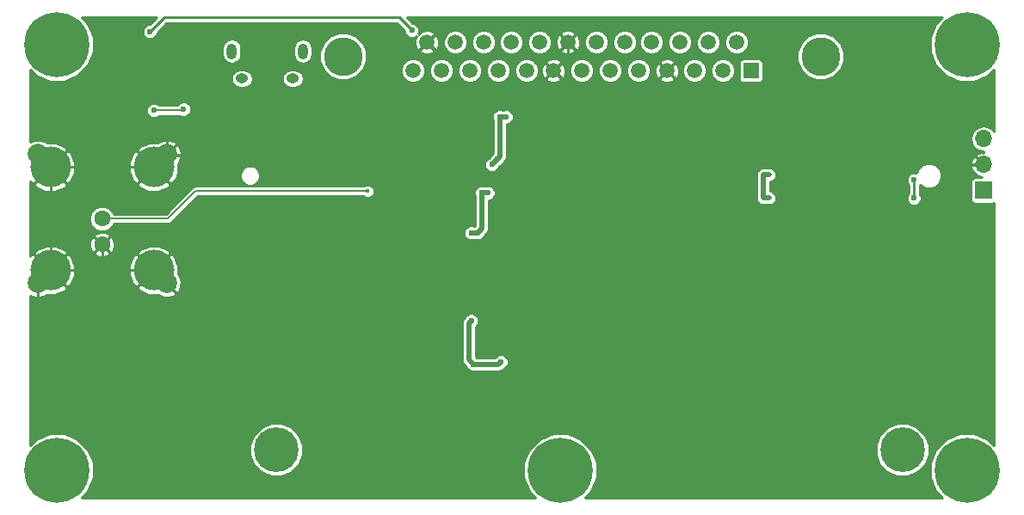
<source format=gbl>
G04 #@! TF.FileFunction,Copper,L2,Bot,Signal*
%FSLAX46Y46*%
G04 Gerber Fmt 4.6, Leading zero omitted, Abs format (unit mm)*
G04 Created by KiCad (PCBNEW 4.0.6) date Fri Nov 17 01:31:04 2017*
%MOMM*%
%LPD*%
G01*
G04 APERTURE LIST*
%ADD10C,0.100000*%
%ADD11C,6.400000*%
%ADD12C,4.400000*%
%ADD13C,1.600000*%
%ADD14C,4.000000*%
%ADD15C,2.000000*%
%ADD16R,1.700000X1.700000*%
%ADD17O,1.700000X1.700000*%
%ADD18O,1.250000X0.950000*%
%ADD19O,1.000000X1.550000*%
%ADD20C,3.810000*%
%ADD21R,1.520000X1.520000*%
%ADD22C,1.520000*%
%ADD23C,0.600000*%
%ADD24C,0.450000*%
%ADD25C,0.500000*%
%ADD26C,0.250000*%
%ADD27C,0.350000*%
%ADD28C,0.500000*%
%ADD29C,0.180000*%
%ADD30C,0.150000*%
G04 APERTURE END LIST*
D10*
D11*
X101613000Y-77480000D03*
X52083000Y-77480000D03*
X52083000Y-35570000D03*
X141618000Y-77480000D03*
X141618000Y-35570000D03*
D12*
X135270000Y-75465000D03*
X73670000Y-75465000D03*
D13*
X56528000Y-52715000D03*
X56528000Y-55255000D03*
D14*
X51448000Y-57795000D03*
X51448000Y-47635000D03*
X61608000Y-47635000D03*
X61608000Y-57795000D03*
D15*
X50178000Y-46365000D03*
X50178000Y-59065000D03*
X62878000Y-59065000D03*
X62878000Y-46365000D03*
D16*
X143269000Y-49921000D03*
D17*
X143269000Y-47381000D03*
X143269000Y-44841000D03*
D18*
X75295000Y-38915000D03*
X70295000Y-38915000D03*
D19*
X76295000Y-36215000D03*
X69295000Y-36215000D03*
D20*
X127245000Y-36740000D03*
X80255000Y-36740000D03*
D21*
X120385000Y-38140000D03*
D22*
X117595000Y-38140000D03*
X114795000Y-38140000D03*
X112125000Y-38140000D03*
X109335000Y-38140000D03*
X106545000Y-38140000D03*
X103745000Y-38140000D03*
X100955000Y-38140000D03*
X98285000Y-38140000D03*
X95495000Y-38140000D03*
X92695000Y-38140000D03*
X89905000Y-38140000D03*
X87115000Y-38140000D03*
X118985000Y-35350000D03*
X116195000Y-35350000D03*
X113395000Y-35350000D03*
X110605000Y-35350000D03*
X107935000Y-35350000D03*
X105145000Y-35350000D03*
X102355000Y-35350000D03*
X99555000Y-35350000D03*
X96765000Y-35350000D03*
X94095000Y-35350000D03*
X91305000Y-35350000D03*
X88505000Y-35350000D03*
D23*
X96279000Y-67701000D03*
X95136000Y-69479000D03*
X95136000Y-68209000D03*
X94374000Y-62240000D03*
X90564000Y-66050000D03*
X86373000Y-67574000D03*
X90056000Y-67193000D03*
X90818000Y-68336000D03*
X79388000Y-57795000D03*
X80658000Y-59700000D03*
X79388000Y-63510000D03*
X73673000Y-64145000D03*
X74943000Y-60335000D03*
X75578000Y-59065000D03*
X76848000Y-57795000D03*
X76848000Y-60335000D03*
X59703000Y-51445000D03*
X62243000Y-51445000D03*
X63513000Y-50810000D03*
X64783000Y-49540000D03*
X58433000Y-53985000D03*
X60338000Y-53985000D03*
X63513000Y-53985000D03*
X65418000Y-52080000D03*
X66688000Y-50810000D03*
X69228000Y-50810000D03*
X71768000Y-50810000D03*
X69863000Y-48905000D03*
X67958000Y-48905000D03*
X66053000Y-48905000D03*
X71768000Y-43825000D03*
X65418000Y-43825000D03*
X70498000Y-45730000D03*
X70371000Y-37602000D03*
X71006000Y-36586000D03*
X65418000Y-40015000D03*
X64148000Y-36205000D03*
X63513000Y-37475000D03*
X69228000Y-40015000D03*
X67958000Y-37475000D03*
X73038000Y-35570000D03*
X73673000Y-33665000D03*
X71133000Y-33665000D03*
X67958000Y-33665000D03*
X63513000Y-33665000D03*
X59703000Y-36840000D03*
X59068000Y-40650000D03*
D24*
X60973000Y-43825000D03*
X69863000Y-42047000D03*
X72403000Y-42047000D03*
X74943000Y-42047000D03*
X77483000Y-42047000D03*
X80023000Y-42047000D03*
X83198000Y-42047000D03*
D23*
X88913000Y-42555000D03*
X91453000Y-40015000D03*
X93993000Y-42555000D03*
X96533000Y-40015000D03*
X99073000Y-42555000D03*
X101613000Y-40015000D03*
X104153000Y-42555000D03*
X106693000Y-40015000D03*
X109233000Y-42555000D03*
X142253000Y-40015000D03*
X138951000Y-46111000D03*
X137173000Y-52715000D03*
X137173000Y-57795000D03*
X53353000Y-45095000D03*
X53353000Y-40015000D03*
X58433000Y-34935000D03*
X55893000Y-42555000D03*
X55893000Y-57795000D03*
X50813000Y-52715000D03*
X55893000Y-47635000D03*
X72403000Y-48905000D03*
X74308000Y-48905000D03*
X79375000Y-48905000D03*
X78118000Y-48905000D03*
X80658000Y-48905000D03*
X83198000Y-48905000D03*
X93993000Y-55255000D03*
X99073000Y-55255000D03*
X99073000Y-57795000D03*
X99073000Y-60335000D03*
X121933000Y-57795000D03*
X119393000Y-60335000D03*
X116853000Y-62875000D03*
X114313000Y-60335000D03*
X104153000Y-60335000D03*
X109233000Y-60335000D03*
X104153000Y-57795000D03*
X109233000Y-57795000D03*
X55893000Y-78115000D03*
X60973000Y-78115000D03*
X66053000Y-78115000D03*
X71133000Y-73035000D03*
X71133000Y-67955000D03*
X66053000Y-73035000D03*
X55893000Y-73035000D03*
X60973000Y-73035000D03*
X60973000Y-67955000D03*
X66053000Y-67955000D03*
X66053000Y-62875000D03*
X60973000Y-62875000D03*
X55893000Y-62875000D03*
X55893000Y-67955000D03*
X50813000Y-67955000D03*
X50813000Y-62875000D03*
X83833000Y-60335000D03*
X83833000Y-57795000D03*
X88913000Y-57795000D03*
X88913000Y-55255000D03*
X86373000Y-55255000D03*
X68593000Y-62875000D03*
X71133000Y-65415000D03*
X73673000Y-67955000D03*
X78753000Y-67955000D03*
X76213000Y-65415000D03*
X81293000Y-65415000D03*
X78753000Y-73035000D03*
X76213000Y-70495000D03*
X81293000Y-70495000D03*
X91453000Y-70495000D03*
X86373000Y-70495000D03*
X96533000Y-75575000D03*
X91453000Y-75575000D03*
X86373000Y-75575000D03*
X81293000Y-75575000D03*
X76213000Y-78115000D03*
X81293000Y-78115000D03*
X86373000Y-78115000D03*
X91453000Y-78115000D03*
X96533000Y-78115000D03*
X99073000Y-73035000D03*
X99073000Y-70495000D03*
X104153000Y-70495000D03*
X104153000Y-73035000D03*
X129553000Y-78115000D03*
X124473000Y-78115000D03*
X119393000Y-78115000D03*
X114313000Y-78115000D03*
X114313000Y-73035000D03*
X109233000Y-73035000D03*
X109233000Y-67955000D03*
X109233000Y-65415000D03*
X114313000Y-65415000D03*
X114313000Y-67955000D03*
X119393000Y-55255000D03*
X114313000Y-57795000D03*
X119393000Y-62875000D03*
X124473000Y-57795000D03*
X129553000Y-62875000D03*
X124473000Y-62875000D03*
X124473000Y-67955000D03*
X119393000Y-67955000D03*
X119393000Y-73035000D03*
X124473000Y-73035000D03*
X129553000Y-73035000D03*
X129553000Y-67955000D03*
X134633000Y-67955000D03*
X139713000Y-67955000D03*
X139713000Y-62875000D03*
X134633000Y-62875000D03*
X134633000Y-57795000D03*
D25*
X130569000Y-56906000D03*
X125235000Y-56906000D03*
X123584000Y-56398000D03*
X123584000Y-54747000D03*
X134125000Y-50810000D03*
X132220000Y-50810000D03*
X130442000Y-50810000D03*
X128664000Y-50810000D03*
X126886000Y-50810000D03*
X125108000Y-50810000D03*
X71514000Y-62494000D03*
X71514000Y-61732000D03*
X72657000Y-57541000D03*
X72657000Y-56017000D03*
D23*
X74304441Y-46080990D03*
X76475010Y-50810000D03*
D25*
X66815000Y-46492000D03*
X68339000Y-46619000D03*
X75832000Y-62240000D03*
X75197000Y-61605000D03*
X75197000Y-62875000D03*
X75197000Y-62240000D03*
D23*
X76664990Y-46109542D03*
D24*
X90945000Y-57287000D03*
X90945000Y-55927000D03*
X98057000Y-67701000D03*
X96152000Y-72400000D03*
X97295000Y-71638000D03*
D23*
X91139737Y-64865647D03*
D24*
X97168000Y-65034000D03*
X97041000Y-66304000D03*
X97549000Y-66304000D03*
X97640205Y-64815795D03*
D23*
X90564000Y-64907000D03*
X94628000Y-65278000D03*
X94628000Y-64389000D03*
X93599000Y-64389000D03*
X93599000Y-65278000D03*
X93599000Y-66177000D03*
X94628000Y-66177000D03*
X94628000Y-63637000D03*
X93612000Y-63637000D03*
X97304330Y-58766092D03*
X96406000Y-57160000D03*
X90564000Y-61625010D03*
X90691000Y-63129000D03*
X112281000Y-55509000D03*
X104026000Y-55509000D03*
X135014000Y-34427000D03*
X135014000Y-36459000D03*
X138951000Y-41666000D03*
X120154988Y-50810000D03*
X82436000Y-50810012D03*
X83713403Y-50811205D03*
X78499000Y-46111000D03*
X82182000Y-46111000D03*
X83960000Y-46111000D03*
X85738000Y-46111000D03*
X87516000Y-46111000D03*
X89294000Y-46111000D03*
X91072000Y-46111000D03*
X92977000Y-46111000D03*
X94755000Y-46111000D03*
X96533000Y-46111000D03*
X98320000Y-46102000D03*
X100089000Y-46111000D03*
X101867000Y-46111000D03*
X103772000Y-46111000D03*
X105550000Y-46111000D03*
X107328000Y-46111000D03*
X109106000Y-46111000D03*
X110884000Y-46111000D03*
X112662000Y-46111000D03*
X114567000Y-46111000D03*
X116345000Y-46111000D03*
X118123000Y-46111000D03*
X119901000Y-46111000D03*
X125362000Y-46111000D03*
X127140000Y-46111000D03*
X128918000Y-46111000D03*
X130696000Y-46111000D03*
X132474000Y-46111000D03*
X134379000Y-46111000D03*
X136157000Y-46111000D03*
X74054000Y-50810000D03*
X78245000Y-50810000D03*
X81801000Y-50810000D03*
X87262000Y-50810000D03*
X89040000Y-50810000D03*
X90818000Y-50810000D03*
X92596000Y-50810000D03*
X96279000Y-50810000D03*
X98057000Y-50810000D03*
X99835000Y-50810000D03*
X101613000Y-50810000D03*
X103518000Y-50810000D03*
X105296000Y-50810000D03*
X107074000Y-50810000D03*
X108852000Y-50810000D03*
X110757000Y-50810000D03*
X112535000Y-50810000D03*
X114313000Y-50810000D03*
X116091000Y-50810000D03*
X117869000Y-50810000D03*
X71370000Y-37290000D03*
X67570000Y-38990000D03*
X95771000Y-66812024D03*
X61227000Y-34300000D03*
X87008000Y-34173000D03*
X92850000Y-62748000D03*
X92850000Y-54112000D03*
X93485000Y-54112000D03*
X93866000Y-50175000D03*
X94501000Y-50175000D03*
X94882000Y-47381000D03*
X95390000Y-46873000D03*
X95644000Y-42682000D03*
X96279000Y-42682000D03*
X93070000Y-67065000D03*
X136411000Y-50683000D03*
X136411000Y-48905000D03*
D25*
X122187000Y-48397000D03*
X121552000Y-48397000D03*
X121552000Y-50683000D03*
X122187000Y-50683000D03*
D23*
X64543457Y-41925692D03*
X61608000Y-42047000D03*
D24*
X82644001Y-50002001D03*
D26*
X95136000Y-68209000D02*
X95136000Y-69479000D01*
X90818000Y-68336000D02*
X90818000Y-67955000D01*
X90818000Y-67955000D02*
X90056000Y-67193000D01*
X79388000Y-63510000D02*
X80658000Y-62240000D01*
X80658000Y-62240000D02*
X80658000Y-59700000D01*
X75578000Y-59065000D02*
X75578000Y-59700000D01*
X75578000Y-59700000D02*
X74943000Y-60335000D01*
X76848000Y-60335000D02*
X76848000Y-57795000D01*
X62243000Y-51445000D02*
X59703000Y-51445000D01*
X64783000Y-49540000D02*
X63513000Y-50810000D01*
X60338000Y-53985000D02*
X58433000Y-53985000D01*
X65418000Y-52080000D02*
X63513000Y-53985000D01*
X69228000Y-50810000D02*
X66688000Y-50810000D01*
X74054000Y-50810000D02*
X71768000Y-50810000D01*
X66053000Y-48905000D02*
X67958000Y-48905000D01*
X65418000Y-43825000D02*
X71768000Y-43825000D01*
X68339000Y-46619000D02*
X69609000Y-46619000D01*
X69609000Y-46619000D02*
X70498000Y-45730000D01*
X63513000Y-37475000D02*
X63513000Y-36840000D01*
X63513000Y-36840000D02*
X64148000Y-36205000D01*
X67570000Y-38990000D02*
X67570000Y-37863000D01*
X67570000Y-37863000D02*
X67958000Y-37475000D01*
X73038000Y-35570000D02*
X73038000Y-35622000D01*
X73038000Y-35622000D02*
X71370000Y-37290000D01*
X73038000Y-35570000D02*
X71133000Y-33665000D01*
X71133000Y-33665000D02*
X73673000Y-33665000D01*
X67958000Y-33665000D02*
X71133000Y-33665000D01*
X63513000Y-33665000D02*
X67958000Y-33665000D01*
X59068000Y-40650000D02*
X59068000Y-37475000D01*
X59068000Y-37475000D02*
X59703000Y-36840000D01*
X67270001Y-40575999D02*
X68707000Y-42012998D01*
X68707000Y-42012998D02*
X72774992Y-46080990D01*
X69863000Y-42047000D02*
X68741002Y-42047000D01*
X68741002Y-42047000D02*
X68707000Y-42012998D01*
X72403000Y-42047000D02*
X69863000Y-42047000D01*
X77483000Y-42047000D02*
X74943000Y-42047000D01*
X83198000Y-42047000D02*
X80023000Y-42047000D01*
X93993000Y-42555000D02*
X91453000Y-40015000D01*
X99073000Y-42555000D02*
X96533000Y-40015000D01*
X101613000Y-40015000D02*
X99073000Y-42555000D01*
X106693000Y-40015000D02*
X104153000Y-42555000D01*
X110504000Y-39761000D02*
X110504000Y-41284000D01*
X110504000Y-41284000D02*
X109233000Y-42555000D01*
X138951000Y-41666000D02*
X140602000Y-41666000D01*
X140602000Y-41666000D02*
X142253000Y-40015000D01*
X134633000Y-57795000D02*
X137173000Y-57795000D01*
X55893000Y-37475000D02*
X53353000Y-40015000D01*
X55893000Y-37475000D02*
X58433000Y-34935000D01*
X55893000Y-42555000D02*
X55893000Y-37475000D01*
X55893000Y-57795000D02*
X50813000Y-52715000D01*
X74308000Y-48905000D02*
X72403000Y-48905000D01*
X78118000Y-48905000D02*
X74308000Y-48905000D01*
X83198000Y-48905000D02*
X80658000Y-48905000D01*
X99073000Y-55255000D02*
X93993000Y-55255000D01*
X99073000Y-55255000D02*
X103772000Y-55255000D01*
X103772000Y-55255000D02*
X104026000Y-55509000D01*
X99073000Y-60335000D02*
X99073000Y-57795000D01*
X119393000Y-60335000D02*
X121933000Y-57795000D01*
X119393000Y-62875000D02*
X116853000Y-62875000D01*
X114313000Y-60335000D02*
X114313000Y-65415000D01*
X109233000Y-65415000D02*
X109233000Y-60335000D01*
X114313000Y-57795000D02*
X109233000Y-57795000D01*
X129553000Y-62875000D02*
X134633000Y-62875000D01*
X124473000Y-67955000D02*
X129553000Y-67955000D01*
X55893000Y-78115000D02*
X55893000Y-73035000D01*
X66053000Y-78115000D02*
X60973000Y-78115000D01*
X71133000Y-67955000D02*
X71133000Y-73035000D01*
X60973000Y-73035000D02*
X66053000Y-73035000D01*
X55893000Y-73035000D02*
X55893000Y-67955000D01*
X60973000Y-67955000D02*
X60973000Y-73035000D01*
X66053000Y-62875000D02*
X66053000Y-67955000D01*
X55893000Y-62875000D02*
X60973000Y-62875000D01*
X50813000Y-67955000D02*
X55893000Y-67955000D01*
X50178000Y-62240000D02*
X50813000Y-62875000D01*
X50178000Y-59065000D02*
X50178000Y-62240000D01*
X83833000Y-57795000D02*
X83833000Y-60335000D01*
X86373000Y-55255000D02*
X88913000Y-55255000D01*
X73673000Y-67955000D02*
X71133000Y-65415000D01*
X76213000Y-65415000D02*
X78753000Y-67955000D01*
X81293000Y-70495000D02*
X81293000Y-65415000D01*
X81293000Y-70495000D02*
X76213000Y-70495000D01*
X86373000Y-70495000D02*
X81293000Y-70495000D01*
X86373000Y-75575000D02*
X86373000Y-70495000D01*
X86373000Y-75575000D02*
X91453000Y-75575000D01*
X81293000Y-78115000D02*
X81293000Y-75575000D01*
X86373000Y-78115000D02*
X81293000Y-78115000D01*
X96533000Y-78115000D02*
X91453000Y-78115000D01*
X99073000Y-70495000D02*
X99073000Y-73035000D01*
X104153000Y-73035000D02*
X104153000Y-70495000D01*
X124473000Y-78115000D02*
X129553000Y-78115000D01*
X114313000Y-78115000D02*
X119393000Y-78115000D01*
X109233000Y-73035000D02*
X114313000Y-73035000D01*
X114313000Y-65415000D02*
X109233000Y-65415000D01*
X119393000Y-67955000D02*
X114313000Y-67955000D01*
X119393000Y-62875000D02*
X114313000Y-57795000D01*
X129553000Y-62875000D02*
X124473000Y-57795000D01*
X124473000Y-67955000D02*
X124473000Y-62875000D01*
X119393000Y-73035000D02*
X119393000Y-67955000D01*
X129553000Y-73035000D02*
X124473000Y-73035000D01*
X134633000Y-67955000D02*
X129553000Y-67955000D01*
X139713000Y-62875000D02*
X139713000Y-67955000D01*
X134633000Y-57795000D02*
X134633000Y-62875000D01*
X123584000Y-51699000D02*
X121043988Y-51699000D01*
X121043988Y-51699000D02*
X120154988Y-50810000D01*
X124473000Y-50810000D02*
X123584000Y-51699000D01*
X125108000Y-50810000D02*
X124473000Y-50810000D01*
X128664000Y-50810000D02*
X126886000Y-50810000D01*
X130442000Y-50810000D02*
X128664000Y-50810000D01*
X132220000Y-50810000D02*
X130442000Y-50810000D01*
X134125000Y-50810000D02*
X132220000Y-50810000D01*
X125108000Y-50810000D02*
X126886000Y-50810000D01*
D27*
X119901000Y-46111000D02*
X125362000Y-46111000D01*
X72657000Y-60589000D02*
X71514000Y-61732000D01*
X71514000Y-62494000D02*
X71514000Y-61732000D01*
X72657000Y-57541000D02*
X72657000Y-60589000D01*
X72657000Y-56017000D02*
X72657000Y-52207000D01*
X72657000Y-52207000D02*
X74054000Y-50810000D01*
D26*
X74332993Y-46109542D02*
X74304441Y-46080990D01*
X76664990Y-46109542D02*
X74332993Y-46109542D01*
X73880177Y-46080990D02*
X74304441Y-46080990D01*
X72774992Y-46080990D02*
X73880177Y-46080990D01*
X78245000Y-50810000D02*
X76475010Y-50810000D01*
X74054000Y-50810000D02*
X76475010Y-50810000D01*
D27*
X66815000Y-46492000D02*
X63005000Y-46492000D01*
X63005000Y-46492000D02*
X62878000Y-46365000D01*
X75197000Y-62240000D02*
X75832000Y-62240000D01*
X75197000Y-62240000D02*
X75197000Y-62875000D01*
D26*
X78499000Y-46111000D02*
X76666448Y-46111000D01*
X76666448Y-46111000D02*
X76664990Y-46109542D01*
D27*
X98057000Y-67701000D02*
X98057000Y-70876000D01*
X98057000Y-70876000D02*
X97295000Y-71638000D01*
D26*
X91098384Y-64907000D02*
X91139737Y-64865647D01*
X90564000Y-64907000D02*
X91098384Y-64907000D01*
X97304330Y-58766092D02*
X100768908Y-58766092D01*
X100768908Y-58766092D02*
X104026000Y-55509000D01*
X97168000Y-65034000D02*
X97168000Y-65923000D01*
X97168000Y-65923000D02*
X97549000Y-66304000D01*
X90564000Y-64907000D02*
X90564000Y-63256000D01*
X90564000Y-63256000D02*
X90691000Y-63129000D01*
X97549000Y-66304000D02*
X97041000Y-66304000D01*
X112281000Y-55509000D02*
X112281000Y-51064000D01*
X112281000Y-51064000D02*
X112535000Y-50810000D01*
X104026000Y-55509000D02*
X104026000Y-51318000D01*
X104026000Y-51318000D02*
X103518000Y-50810000D01*
X135014000Y-36459000D02*
X135014000Y-34427000D01*
X138951000Y-41666000D02*
X138951000Y-40396000D01*
X138951000Y-40396000D02*
X135014000Y-36459000D01*
X141999000Y-46111000D02*
X138951000Y-46111000D01*
X138951000Y-46111000D02*
X136157000Y-46111000D01*
X138951000Y-41666000D02*
X138951000Y-46111000D01*
X143269000Y-47381000D02*
X141999000Y-46111000D01*
X117869000Y-50810000D02*
X120154988Y-50810000D01*
X62878000Y-46365000D02*
X62878000Y-44968000D01*
X62878000Y-44968000D02*
X67270001Y-40575999D01*
X67270001Y-39289999D02*
X67570000Y-38990000D01*
X67270001Y-40575999D02*
X67270001Y-39289999D01*
X54276427Y-57795000D02*
X56528000Y-57795000D01*
X56528000Y-57795000D02*
X61608000Y-57795000D01*
X56528000Y-55255000D02*
X56528000Y-57795000D01*
X51448000Y-57795000D02*
X54276427Y-57795000D01*
X51448000Y-47635000D02*
X51448000Y-57795000D01*
X61608000Y-47635000D02*
X58779573Y-47635000D01*
X58779573Y-47635000D02*
X51448000Y-47635000D01*
X62878000Y-46365000D02*
X61608000Y-47635000D01*
X50178000Y-46365000D02*
X51448000Y-47635000D01*
X50178000Y-59065000D02*
X51448000Y-57795000D01*
X88505000Y-35350000D02*
X89868000Y-36713000D01*
X89868000Y-36713000D02*
X99528000Y-36713000D01*
X100195001Y-37380001D02*
X100955000Y-38140000D01*
X99528000Y-36713000D02*
X100195001Y-37380001D01*
X82435988Y-50810000D02*
X82436000Y-50810012D01*
X81801000Y-50810000D02*
X82435988Y-50810000D01*
X87262000Y-50810000D02*
X83714608Y-50810000D01*
X83714608Y-50810000D02*
X83713403Y-50811205D01*
X100955000Y-38140000D02*
X102355000Y-36740000D01*
X102355000Y-36740000D02*
X102355000Y-35350000D01*
X112125000Y-38140000D02*
X110504000Y-39761000D01*
X102576000Y-39761000D02*
X101714999Y-38899999D01*
X110504000Y-39761000D02*
X102576000Y-39761000D01*
X101714999Y-38899999D02*
X100955000Y-38140000D01*
X87262000Y-50810000D02*
X87262000Y-46365000D01*
X87262000Y-46365000D02*
X87516000Y-46111000D01*
X107074000Y-50810000D02*
X107074000Y-46365000D01*
X107074000Y-46365000D02*
X107328000Y-46111000D01*
X134379000Y-46111000D02*
X136157000Y-46111000D01*
X132474000Y-46111000D02*
X134379000Y-46111000D01*
X130696000Y-46111000D02*
X132474000Y-46111000D01*
X128918000Y-46111000D02*
X130696000Y-46111000D01*
X127140000Y-46111000D02*
X128918000Y-46111000D01*
X125362000Y-46111000D02*
X127140000Y-46111000D01*
X118123000Y-46111000D02*
X119901000Y-46111000D01*
X116345000Y-46111000D02*
X118123000Y-46111000D01*
X114567000Y-46111000D02*
X116345000Y-46111000D01*
X112662000Y-46111000D02*
X114567000Y-46111000D01*
X110884000Y-46111000D02*
X112662000Y-46111000D01*
X109106000Y-46111000D02*
X110884000Y-46111000D01*
X107328000Y-46111000D02*
X109106000Y-46111000D01*
X105550000Y-46111000D02*
X107328000Y-46111000D01*
X103772000Y-46111000D02*
X105550000Y-46111000D01*
X101867000Y-46111000D02*
X103772000Y-46111000D01*
X100089000Y-46111000D02*
X101867000Y-46111000D01*
X98320000Y-46102000D02*
X100080000Y-46102000D01*
X100080000Y-46102000D02*
X100089000Y-46111000D01*
X96533000Y-46111000D02*
X98311000Y-46111000D01*
X98311000Y-46111000D02*
X98320000Y-46102000D01*
X92977000Y-46111000D02*
X94755000Y-46111000D01*
X91072000Y-46111000D02*
X92977000Y-46111000D01*
X89294000Y-46111000D02*
X91072000Y-46111000D01*
X87516000Y-46111000D02*
X89294000Y-46111000D01*
X85738000Y-46111000D02*
X87516000Y-46111000D01*
X83960000Y-46111000D02*
X85738000Y-46111000D01*
X82182000Y-46111000D02*
X83960000Y-46111000D01*
X78499000Y-46111000D02*
X82182000Y-46111000D01*
X78245000Y-50810000D02*
X81801000Y-50810000D01*
X116091000Y-50810000D02*
X117869000Y-50810000D01*
X114313000Y-50810000D02*
X116091000Y-50810000D01*
X112535000Y-50810000D02*
X114313000Y-50810000D01*
X110757000Y-50810000D02*
X112535000Y-50810000D01*
X108852000Y-50810000D02*
X110757000Y-50810000D01*
X107074000Y-50810000D02*
X108852000Y-50810000D01*
X105296000Y-50810000D02*
X107074000Y-50810000D01*
X103518000Y-50810000D02*
X105296000Y-50810000D01*
X101613000Y-50810000D02*
X103518000Y-50810000D01*
X99835000Y-50810000D02*
X101613000Y-50810000D01*
X98057000Y-50810000D02*
X99835000Y-50810000D01*
X96279000Y-50810000D02*
X98057000Y-50810000D01*
X90818000Y-50810000D02*
X92596000Y-50810000D01*
X89040000Y-50810000D02*
X90818000Y-50810000D01*
X87262000Y-50810000D02*
X89040000Y-50810000D01*
X67570000Y-38990000D02*
X67994264Y-38990000D01*
X67994264Y-38990000D02*
X69694264Y-37290000D01*
X69694264Y-37290000D02*
X71370000Y-37290000D01*
D28*
X93070000Y-67065000D02*
X95518024Y-67065000D01*
X95518024Y-67065000D02*
X95771000Y-66812024D01*
X93070000Y-67065000D02*
X92596000Y-66591000D01*
X92596000Y-63002000D02*
X92850000Y-62748000D01*
X92596000Y-66591000D02*
X92596000Y-63002000D01*
D26*
X87008000Y-34173000D02*
X85738000Y-32903000D01*
X85738000Y-32903000D02*
X62624000Y-32903000D01*
X62624000Y-32903000D02*
X61227000Y-34300000D01*
D28*
X92850000Y-54112000D02*
X93485000Y-54112000D01*
X93866000Y-50175000D02*
X93866000Y-53731000D01*
X93866000Y-53731000D02*
X93485000Y-54112000D01*
X94501000Y-50175000D02*
X93866000Y-50175000D01*
X94882000Y-47381000D02*
X95390000Y-46873000D01*
X95644000Y-46619000D02*
X95390000Y-46873000D01*
X95644000Y-43106264D02*
X95644000Y-46619000D01*
X95644000Y-42682000D02*
X95644000Y-43106264D01*
X96279000Y-42682000D02*
X95644000Y-42682000D01*
D26*
X136411000Y-48905000D02*
X136411000Y-50683000D01*
X70145000Y-38915000D02*
X70295000Y-38915000D01*
D28*
X122187000Y-48397000D02*
X121552000Y-48397000D01*
X121552000Y-50683000D02*
X121552000Y-48397000D01*
X122187000Y-50683000D02*
X121552000Y-50683000D01*
D29*
X64275000Y-42047000D02*
X64396308Y-41925692D01*
X64396308Y-41925692D02*
X64543457Y-41925692D01*
X61608000Y-42047000D02*
X64275000Y-42047000D01*
D30*
X82644001Y-50002001D02*
X65717999Y-50002001D01*
X65717999Y-50002001D02*
X63005000Y-52715000D01*
X63005000Y-52715000D02*
X56528000Y-52715000D01*
D26*
G36*
X61174229Y-33574953D02*
X61083421Y-33574874D01*
X60816857Y-33685016D01*
X60612733Y-33888784D01*
X60502126Y-34155156D01*
X60501874Y-34443579D01*
X60612016Y-34710143D01*
X60815784Y-34914267D01*
X61082156Y-35024874D01*
X61370579Y-35025126D01*
X61637143Y-34914984D01*
X61841267Y-34711216D01*
X61951874Y-34444844D01*
X61951954Y-34352863D01*
X62851817Y-33453000D01*
X85510182Y-33453000D01*
X86282953Y-34225771D01*
X86282874Y-34316579D01*
X86393016Y-34583143D01*
X86596784Y-34787267D01*
X86863156Y-34897874D01*
X87151579Y-34898126D01*
X87418143Y-34787984D01*
X87490930Y-34715324D01*
X87327313Y-35080118D01*
X87313679Y-35551343D01*
X87481413Y-35991916D01*
X87520238Y-36050020D01*
X87717004Y-36120319D01*
X88487322Y-35350000D01*
X88522678Y-35350000D01*
X89292996Y-36120319D01*
X89489762Y-36050020D01*
X89682687Y-35619882D01*
X89683705Y-35584677D01*
X90119794Y-35584677D01*
X90299820Y-36020372D01*
X90632875Y-36354009D01*
X91068255Y-36534794D01*
X91539677Y-36535206D01*
X91975372Y-36355180D01*
X92309009Y-36022125D01*
X92489794Y-35586745D01*
X92489795Y-35584677D01*
X92909794Y-35584677D01*
X93089820Y-36020372D01*
X93422875Y-36354009D01*
X93858255Y-36534794D01*
X94329677Y-36535206D01*
X94765372Y-36355180D01*
X95099009Y-36022125D01*
X95279794Y-35586745D01*
X95279795Y-35584677D01*
X95579794Y-35584677D01*
X95759820Y-36020372D01*
X96092875Y-36354009D01*
X96528255Y-36534794D01*
X96999677Y-36535206D01*
X97435372Y-36355180D01*
X97769009Y-36022125D01*
X97949794Y-35586745D01*
X97949795Y-35584677D01*
X98369794Y-35584677D01*
X98549820Y-36020372D01*
X98882875Y-36354009D01*
X99318255Y-36534794D01*
X99789677Y-36535206D01*
X100225372Y-36355180D01*
X100442935Y-36137996D01*
X101584681Y-36137996D01*
X101654980Y-36334762D01*
X102085118Y-36527687D01*
X102556343Y-36541321D01*
X102996916Y-36373587D01*
X103055020Y-36334762D01*
X103125319Y-36137996D01*
X102355000Y-35367678D01*
X101584681Y-36137996D01*
X100442935Y-36137996D01*
X100559009Y-36022125D01*
X100739794Y-35586745D01*
X100739824Y-35551343D01*
X101163679Y-35551343D01*
X101331413Y-35991916D01*
X101370238Y-36050020D01*
X101567004Y-36120319D01*
X102337322Y-35350000D01*
X102372678Y-35350000D01*
X103142996Y-36120319D01*
X103339762Y-36050020D01*
X103532687Y-35619882D01*
X103533705Y-35584677D01*
X103959794Y-35584677D01*
X104139820Y-36020372D01*
X104472875Y-36354009D01*
X104908255Y-36534794D01*
X105379677Y-36535206D01*
X105815372Y-36355180D01*
X106149009Y-36022125D01*
X106329794Y-35586745D01*
X106329795Y-35584677D01*
X106749794Y-35584677D01*
X106929820Y-36020372D01*
X107262875Y-36354009D01*
X107698255Y-36534794D01*
X108169677Y-36535206D01*
X108605372Y-36355180D01*
X108939009Y-36022125D01*
X109119794Y-35586745D01*
X109119795Y-35584677D01*
X109419794Y-35584677D01*
X109599820Y-36020372D01*
X109932875Y-36354009D01*
X110368255Y-36534794D01*
X110839677Y-36535206D01*
X111275372Y-36355180D01*
X111609009Y-36022125D01*
X111789794Y-35586745D01*
X111789795Y-35584677D01*
X112209794Y-35584677D01*
X112389820Y-36020372D01*
X112722875Y-36354009D01*
X113158255Y-36534794D01*
X113629677Y-36535206D01*
X114065372Y-36355180D01*
X114399009Y-36022125D01*
X114579794Y-35586745D01*
X114579795Y-35584677D01*
X115009794Y-35584677D01*
X115189820Y-36020372D01*
X115522875Y-36354009D01*
X115958255Y-36534794D01*
X116429677Y-36535206D01*
X116865372Y-36355180D01*
X117199009Y-36022125D01*
X117379794Y-35586745D01*
X117379795Y-35584677D01*
X117799794Y-35584677D01*
X117979820Y-36020372D01*
X118312875Y-36354009D01*
X118748255Y-36534794D01*
X119219677Y-36535206D01*
X119655372Y-36355180D01*
X119989009Y-36022125D01*
X120169794Y-35586745D01*
X120170206Y-35115323D01*
X119990180Y-34679628D01*
X119657125Y-34345991D01*
X119221745Y-34165206D01*
X118750323Y-34164794D01*
X118314628Y-34344820D01*
X117980991Y-34677875D01*
X117800206Y-35113255D01*
X117799794Y-35584677D01*
X117379795Y-35584677D01*
X117380206Y-35115323D01*
X117200180Y-34679628D01*
X116867125Y-34345991D01*
X116431745Y-34165206D01*
X115960323Y-34164794D01*
X115524628Y-34344820D01*
X115190991Y-34677875D01*
X115010206Y-35113255D01*
X115009794Y-35584677D01*
X114579795Y-35584677D01*
X114580206Y-35115323D01*
X114400180Y-34679628D01*
X114067125Y-34345991D01*
X113631745Y-34165206D01*
X113160323Y-34164794D01*
X112724628Y-34344820D01*
X112390991Y-34677875D01*
X112210206Y-35113255D01*
X112209794Y-35584677D01*
X111789795Y-35584677D01*
X111790206Y-35115323D01*
X111610180Y-34679628D01*
X111277125Y-34345991D01*
X110841745Y-34165206D01*
X110370323Y-34164794D01*
X109934628Y-34344820D01*
X109600991Y-34677875D01*
X109420206Y-35113255D01*
X109419794Y-35584677D01*
X109119795Y-35584677D01*
X109120206Y-35115323D01*
X108940180Y-34679628D01*
X108607125Y-34345991D01*
X108171745Y-34165206D01*
X107700323Y-34164794D01*
X107264628Y-34344820D01*
X106930991Y-34677875D01*
X106750206Y-35113255D01*
X106749794Y-35584677D01*
X106329795Y-35584677D01*
X106330206Y-35115323D01*
X106150180Y-34679628D01*
X105817125Y-34345991D01*
X105381745Y-34165206D01*
X104910323Y-34164794D01*
X104474628Y-34344820D01*
X104140991Y-34677875D01*
X103960206Y-35113255D01*
X103959794Y-35584677D01*
X103533705Y-35584677D01*
X103546321Y-35148657D01*
X103378587Y-34708084D01*
X103339762Y-34649980D01*
X103142996Y-34579681D01*
X102372678Y-35350000D01*
X102337322Y-35350000D01*
X101567004Y-34579681D01*
X101370238Y-34649980D01*
X101177313Y-35080118D01*
X101163679Y-35551343D01*
X100739824Y-35551343D01*
X100740206Y-35115323D01*
X100560180Y-34679628D01*
X100442762Y-34562004D01*
X101584681Y-34562004D01*
X102355000Y-35332322D01*
X103125319Y-34562004D01*
X103055020Y-34365238D01*
X102624882Y-34172313D01*
X102153657Y-34158679D01*
X101713084Y-34326413D01*
X101654980Y-34365238D01*
X101584681Y-34562004D01*
X100442762Y-34562004D01*
X100227125Y-34345991D01*
X99791745Y-34165206D01*
X99320323Y-34164794D01*
X98884628Y-34344820D01*
X98550991Y-34677875D01*
X98370206Y-35113255D01*
X98369794Y-35584677D01*
X97949795Y-35584677D01*
X97950206Y-35115323D01*
X97770180Y-34679628D01*
X97437125Y-34345991D01*
X97001745Y-34165206D01*
X96530323Y-34164794D01*
X96094628Y-34344820D01*
X95760991Y-34677875D01*
X95580206Y-35113255D01*
X95579794Y-35584677D01*
X95279795Y-35584677D01*
X95280206Y-35115323D01*
X95100180Y-34679628D01*
X94767125Y-34345991D01*
X94331745Y-34165206D01*
X93860323Y-34164794D01*
X93424628Y-34344820D01*
X93090991Y-34677875D01*
X92910206Y-35113255D01*
X92909794Y-35584677D01*
X92489795Y-35584677D01*
X92490206Y-35115323D01*
X92310180Y-34679628D01*
X91977125Y-34345991D01*
X91541745Y-34165206D01*
X91070323Y-34164794D01*
X90634628Y-34344820D01*
X90300991Y-34677875D01*
X90120206Y-35113255D01*
X90119794Y-35584677D01*
X89683705Y-35584677D01*
X89696321Y-35148657D01*
X89528587Y-34708084D01*
X89489762Y-34649980D01*
X89292996Y-34579681D01*
X88522678Y-35350000D01*
X88487322Y-35350000D01*
X88473180Y-35335858D01*
X88490858Y-35318180D01*
X88505000Y-35332322D01*
X89275319Y-34562004D01*
X89205020Y-34365238D01*
X88774882Y-34172313D01*
X88303657Y-34158679D01*
X87863084Y-34326413D01*
X87804980Y-34365238D01*
X87734682Y-34562002D01*
X87661768Y-34489088D01*
X87732874Y-34317844D01*
X87733126Y-34029421D01*
X87622984Y-33762857D01*
X87419216Y-33558733D01*
X87152844Y-33448126D01*
X87060864Y-33448046D01*
X86507818Y-32895000D01*
X139166669Y-32895000D01*
X138546666Y-33513921D01*
X137993631Y-34845780D01*
X137992372Y-36287894D01*
X138543083Y-37620715D01*
X139561921Y-38641334D01*
X140893780Y-39194369D01*
X142335894Y-39195628D01*
X143668715Y-38644917D01*
X144293000Y-38021721D01*
X144293000Y-44085298D01*
X144195540Y-43939439D01*
X143781900Y-43663054D01*
X143293979Y-43566000D01*
X143244021Y-43566000D01*
X142756100Y-43663054D01*
X142342460Y-43939439D01*
X142066075Y-44353079D01*
X141969021Y-44841000D01*
X142066075Y-45328921D01*
X142342460Y-45742561D01*
X142756100Y-46018946D01*
X143244021Y-46116000D01*
X143256498Y-46116000D01*
X143256498Y-46212309D01*
X143057209Y-46123712D01*
X142592187Y-46300466D01*
X142230204Y-46641722D01*
X142026368Y-47095526D01*
X142011713Y-47169209D01*
X142100317Y-47368500D01*
X143256500Y-47368500D01*
X143256500Y-47348500D01*
X143281500Y-47348500D01*
X143281500Y-47368500D01*
X143301500Y-47368500D01*
X143301500Y-47393500D01*
X143281500Y-47393500D01*
X143281500Y-47413500D01*
X143256500Y-47413500D01*
X143256500Y-47393500D01*
X142100317Y-47393500D01*
X142011713Y-47592791D01*
X142026368Y-47666474D01*
X142230204Y-48120278D01*
X142592187Y-48461534D01*
X143055594Y-48637674D01*
X142419000Y-48637674D01*
X142261504Y-48667309D01*
X142116854Y-48760389D01*
X142019814Y-48902412D01*
X141985674Y-49071000D01*
X141985674Y-50771000D01*
X142015309Y-50928496D01*
X142108389Y-51073146D01*
X142250412Y-51170186D01*
X142419000Y-51204326D01*
X144119000Y-51204326D01*
X144276496Y-51174691D01*
X144293000Y-51164071D01*
X144293000Y-75028669D01*
X143674079Y-74408666D01*
X142342220Y-73855631D01*
X140900106Y-73854372D01*
X139567285Y-74405083D01*
X138546666Y-75423921D01*
X137993631Y-76755780D01*
X137992372Y-78197894D01*
X138543083Y-79530715D01*
X139166279Y-80155000D01*
X104064331Y-80155000D01*
X104684334Y-79536079D01*
X105237369Y-78204220D01*
X105238628Y-76762106D01*
X104917474Y-75984854D01*
X132644545Y-75984854D01*
X133043336Y-76950001D01*
X133781115Y-77689069D01*
X134745564Y-78089544D01*
X135789854Y-78090455D01*
X136755001Y-77691664D01*
X137494069Y-76953885D01*
X137894544Y-75989436D01*
X137895455Y-74945146D01*
X137496664Y-73979999D01*
X136758885Y-73240931D01*
X135794436Y-72840456D01*
X134750146Y-72839545D01*
X133784999Y-73238336D01*
X133045931Y-73976115D01*
X132645456Y-74940564D01*
X132644545Y-75984854D01*
X104917474Y-75984854D01*
X104687917Y-75429285D01*
X103669079Y-74408666D01*
X102337220Y-73855631D01*
X100895106Y-73854372D01*
X99562285Y-74405083D01*
X98541666Y-75423921D01*
X97988631Y-76755780D01*
X97987372Y-78197894D01*
X98538083Y-79530715D01*
X99161279Y-80155000D01*
X54534331Y-80155000D01*
X55154334Y-79536079D01*
X55707369Y-78204220D01*
X55708628Y-76762106D01*
X55387474Y-75984854D01*
X71044545Y-75984854D01*
X71443336Y-76950001D01*
X72181115Y-77689069D01*
X73145564Y-78089544D01*
X74189854Y-78090455D01*
X75155001Y-77691664D01*
X75894069Y-76953885D01*
X76294544Y-75989436D01*
X76295455Y-74945146D01*
X75896664Y-73979999D01*
X75158885Y-73240931D01*
X74194436Y-72840456D01*
X73150146Y-72839545D01*
X72184999Y-73238336D01*
X71445931Y-73976115D01*
X71045456Y-74940564D01*
X71044545Y-75984854D01*
X55387474Y-75984854D01*
X55157917Y-75429285D01*
X54139079Y-74408666D01*
X52807220Y-73855631D01*
X51365106Y-73854372D01*
X50032285Y-74405083D01*
X49408000Y-75028279D01*
X49408000Y-63002000D01*
X91921000Y-63002000D01*
X91921000Y-66591000D01*
X91972381Y-66849312D01*
X92118703Y-67068297D01*
X92405351Y-67354945D01*
X92455016Y-67475143D01*
X92658784Y-67679267D01*
X92925156Y-67789874D01*
X93213579Y-67790126D01*
X93334893Y-67740000D01*
X95518024Y-67740000D01*
X95776336Y-67688619D01*
X95995321Y-67542297D01*
X96060945Y-67476673D01*
X96181143Y-67427008D01*
X96385267Y-67223240D01*
X96495874Y-66956868D01*
X96496126Y-66668445D01*
X96385984Y-66401881D01*
X96182216Y-66197757D01*
X95915844Y-66087150D01*
X95627421Y-66086898D01*
X95360857Y-66197040D01*
X95167560Y-66390000D01*
X93349594Y-66390000D01*
X93271000Y-66311406D01*
X93271000Y-63352146D01*
X93464267Y-63159216D01*
X93574874Y-62892844D01*
X93575126Y-62604421D01*
X93464984Y-62337857D01*
X93261216Y-62133733D01*
X92994844Y-62023126D01*
X92706421Y-62022874D01*
X92439857Y-62133016D01*
X92235733Y-62336784D01*
X92185396Y-62458010D01*
X92118703Y-62524703D01*
X91972381Y-62743688D01*
X91972381Y-62743689D01*
X91921000Y-63002000D01*
X49408000Y-63002000D01*
X49408000Y-60281020D01*
X49850991Y-60480638D01*
X50417624Y-60498020D01*
X50947776Y-60297238D01*
X51021858Y-60247738D01*
X51039938Y-60207454D01*
X51847127Y-60235082D01*
X52750524Y-59896603D01*
X52891172Y-59802623D01*
X53112336Y-59477013D01*
X59943664Y-59477013D01*
X60164828Y-59802623D01*
X61042967Y-60202081D01*
X62007127Y-60235082D01*
X62025391Y-60228239D01*
X62034142Y-60247738D01*
X62550991Y-60480638D01*
X63117624Y-60498020D01*
X63647776Y-60297238D01*
X63721858Y-60247738D01*
X63821358Y-60026035D01*
X61916965Y-58121642D01*
X61916964Y-58121642D01*
X61608000Y-57812678D01*
X59943664Y-59477013D01*
X53112336Y-59477013D01*
X51448000Y-57812678D01*
X51139036Y-58121642D01*
X50648717Y-58611960D01*
X50163858Y-59096820D01*
X50146181Y-59079143D01*
X51121358Y-58103965D01*
X51121358Y-58103964D01*
X51430322Y-57795000D01*
X51465678Y-57795000D01*
X53130013Y-59459336D01*
X53455623Y-59238172D01*
X53855081Y-58360033D01*
X53860759Y-58194127D01*
X59167918Y-58194127D01*
X59506397Y-59097524D01*
X59600377Y-59238172D01*
X59925987Y-59459336D01*
X61590322Y-57795000D01*
X61625678Y-57795000D01*
X61934642Y-58103964D01*
X61934642Y-58103965D01*
X63839035Y-60008358D01*
X64060738Y-59908858D01*
X64293638Y-59392009D01*
X64311020Y-58825376D01*
X64110238Y-58295224D01*
X64060738Y-58221142D01*
X64020454Y-58203062D01*
X64048082Y-57395873D01*
X63709603Y-56492476D01*
X63615623Y-56351828D01*
X63290013Y-56130664D01*
X61625678Y-57795000D01*
X61590322Y-57795000D01*
X59925987Y-56130664D01*
X59600377Y-56351828D01*
X59200919Y-57229967D01*
X59167918Y-58194127D01*
X53860759Y-58194127D01*
X53888082Y-57395873D01*
X53549603Y-56492476D01*
X53455623Y-56351828D01*
X53130013Y-56130664D01*
X51465678Y-57795000D01*
X51430322Y-57795000D01*
X49765987Y-56130664D01*
X49440377Y-56351828D01*
X49408000Y-56423003D01*
X49408000Y-56112987D01*
X49783664Y-56112987D01*
X51448000Y-57777322D01*
X53112336Y-56112987D01*
X53084386Y-56071836D01*
X55728841Y-56071836D01*
X55804007Y-56272758D01*
X56248596Y-56472346D01*
X56735723Y-56486605D01*
X57191225Y-56313362D01*
X57251993Y-56272758D01*
X57311764Y-56112987D01*
X59943664Y-56112987D01*
X61608000Y-57777322D01*
X63272336Y-56112987D01*
X63051172Y-55787377D01*
X62173033Y-55387919D01*
X61208873Y-55354918D01*
X60305476Y-55693397D01*
X60164828Y-55787377D01*
X59943664Y-56112987D01*
X57311764Y-56112987D01*
X57327159Y-56071836D01*
X56528000Y-55272678D01*
X55728841Y-56071836D01*
X53084386Y-56071836D01*
X52891172Y-55787377D01*
X52177477Y-55462723D01*
X55296395Y-55462723D01*
X55469638Y-55918225D01*
X55510242Y-55978993D01*
X55711164Y-56054159D01*
X56510322Y-55255000D01*
X56545678Y-55255000D01*
X57344836Y-56054159D01*
X57545758Y-55978993D01*
X57745346Y-55534404D01*
X57759605Y-55047277D01*
X57586362Y-54591775D01*
X57545758Y-54531007D01*
X57344836Y-54455841D01*
X56545678Y-55255000D01*
X56510322Y-55255000D01*
X55711164Y-54455841D01*
X55510242Y-54531007D01*
X55310654Y-54975596D01*
X55296395Y-55462723D01*
X52177477Y-55462723D01*
X52013033Y-55387919D01*
X51048873Y-55354918D01*
X50145476Y-55693397D01*
X50004828Y-55787377D01*
X49783664Y-56112987D01*
X49408000Y-56112987D01*
X49408000Y-54438164D01*
X55728841Y-54438164D01*
X56528000Y-55237322D01*
X57327159Y-54438164D01*
X57258853Y-54255579D01*
X92124874Y-54255579D01*
X92235016Y-54522143D01*
X92438784Y-54726267D01*
X92705156Y-54836874D01*
X92993579Y-54837126D01*
X93114893Y-54787000D01*
X93220046Y-54787000D01*
X93340156Y-54836874D01*
X93628579Y-54837126D01*
X93895143Y-54726984D01*
X94099267Y-54523216D01*
X94149604Y-54401990D01*
X94343297Y-54208297D01*
X94457317Y-54037654D01*
X94489619Y-53989311D01*
X94541000Y-53731000D01*
X94541000Y-50900036D01*
X94644579Y-50900126D01*
X94911143Y-50789984D01*
X95115267Y-50586216D01*
X95225874Y-50319844D01*
X95226126Y-50031421D01*
X95115984Y-49764857D01*
X94912216Y-49560733D01*
X94645844Y-49450126D01*
X94357421Y-49449874D01*
X94236107Y-49500000D01*
X94130954Y-49500000D01*
X94010844Y-49450126D01*
X93722421Y-49449874D01*
X93455857Y-49560016D01*
X93251733Y-49763784D01*
X93141126Y-50030156D01*
X93140874Y-50318579D01*
X93191000Y-50439893D01*
X93191000Y-53437000D01*
X93114954Y-53437000D01*
X92994844Y-53387126D01*
X92706421Y-53386874D01*
X92439857Y-53497016D01*
X92235733Y-53700784D01*
X92125126Y-53967156D01*
X92124874Y-54255579D01*
X57258853Y-54255579D01*
X57251993Y-54237242D01*
X56807404Y-54037654D01*
X56320277Y-54023395D01*
X55864775Y-54196638D01*
X55804007Y-54237242D01*
X55728841Y-54438164D01*
X49408000Y-54438164D01*
X49408000Y-52957599D01*
X55302788Y-52957599D01*
X55488890Y-53408000D01*
X55833187Y-53752899D01*
X56283263Y-53939787D01*
X56770599Y-53940212D01*
X57221000Y-53754110D01*
X57565899Y-53409813D01*
X57646792Y-53215000D01*
X63005000Y-53215000D01*
X63196342Y-53176940D01*
X63358553Y-53068553D01*
X65925105Y-50502001D01*
X82224692Y-50502001D01*
X82275325Y-50552723D01*
X82514141Y-50651888D01*
X82772727Y-50652113D01*
X83011715Y-50553365D01*
X83194723Y-50370677D01*
X83293888Y-50131861D01*
X83294113Y-49873275D01*
X83195365Y-49634287D01*
X83012677Y-49451279D01*
X82773861Y-49352114D01*
X82515275Y-49351889D01*
X82276287Y-49450637D01*
X82224833Y-49502001D01*
X65717999Y-49502001D01*
X65526657Y-49540061D01*
X65364446Y-49648448D01*
X62797894Y-52215000D01*
X57646856Y-52215000D01*
X57567110Y-52022000D01*
X57222813Y-51677101D01*
X56772737Y-51490213D01*
X56285401Y-51489788D01*
X55835000Y-51675890D01*
X55490101Y-52020187D01*
X55303213Y-52470263D01*
X55302788Y-52957599D01*
X49408000Y-52957599D01*
X49408000Y-49317013D01*
X49783664Y-49317013D01*
X50004828Y-49642623D01*
X50882967Y-50042081D01*
X51847127Y-50075082D01*
X52750524Y-49736603D01*
X52891172Y-49642623D01*
X53112336Y-49317013D01*
X59943664Y-49317013D01*
X60164828Y-49642623D01*
X61042967Y-50042081D01*
X62007127Y-50075082D01*
X62910524Y-49736603D01*
X63051172Y-49642623D01*
X63272336Y-49317013D01*
X61608000Y-47652678D01*
X59943664Y-49317013D01*
X53112336Y-49317013D01*
X51448000Y-47652678D01*
X49783664Y-49317013D01*
X49408000Y-49317013D01*
X49408000Y-49029717D01*
X49440377Y-49078172D01*
X49765987Y-49299336D01*
X51430322Y-47635000D01*
X51465678Y-47635000D01*
X53130013Y-49299336D01*
X53455623Y-49078172D01*
X53855081Y-48200033D01*
X53860759Y-48034127D01*
X59167918Y-48034127D01*
X59506397Y-48937524D01*
X59600377Y-49078172D01*
X59925987Y-49299336D01*
X61590322Y-47635000D01*
X61625678Y-47635000D01*
X63290013Y-49299336D01*
X63615623Y-49078172D01*
X63806715Y-48658089D01*
X70094831Y-48658089D01*
X70242954Y-49016571D01*
X70516986Y-49291082D01*
X70875210Y-49439830D01*
X71263089Y-49440169D01*
X71621571Y-49292046D01*
X71896082Y-49018014D01*
X72044830Y-48659790D01*
X72044942Y-48530677D01*
X120876883Y-48530677D01*
X120877000Y-48530960D01*
X120877000Y-50682411D01*
X120876883Y-50816677D01*
X120979429Y-51064857D01*
X121169144Y-51254903D01*
X121417145Y-51357883D01*
X121685677Y-51358117D01*
X121685960Y-51358000D01*
X122186411Y-51358000D01*
X122320677Y-51358117D01*
X122568857Y-51255571D01*
X122758903Y-51065856D01*
X122861883Y-50817855D01*
X122862117Y-50549323D01*
X122759571Y-50301143D01*
X122569856Y-50111097D01*
X122321855Y-50008117D01*
X122227000Y-50008034D01*
X122227000Y-49072035D01*
X122320677Y-49072117D01*
X122377643Y-49048579D01*
X135685874Y-49048579D01*
X135796016Y-49315143D01*
X135861000Y-49380241D01*
X135861000Y-50207629D01*
X135796733Y-50271784D01*
X135686126Y-50538156D01*
X135685874Y-50826579D01*
X135796016Y-51093143D01*
X135999784Y-51297267D01*
X136266156Y-51407874D01*
X136554579Y-51408126D01*
X136821143Y-51297984D01*
X137025267Y-51094216D01*
X137135874Y-50827844D01*
X137136126Y-50539421D01*
X137025984Y-50272857D01*
X136961000Y-50207759D01*
X136961000Y-49380371D01*
X137007017Y-49334435D01*
X137175187Y-49502899D01*
X137625263Y-49689787D01*
X138112599Y-49690212D01*
X138563000Y-49504110D01*
X138907899Y-49159813D01*
X139094787Y-48709737D01*
X139095212Y-48222401D01*
X138909110Y-47772000D01*
X138564813Y-47427101D01*
X138114737Y-47240213D01*
X137627401Y-47239788D01*
X137177000Y-47425890D01*
X136832101Y-47770187D01*
X136646285Y-48217680D01*
X136555844Y-48180126D01*
X136267421Y-48179874D01*
X136000857Y-48290016D01*
X135796733Y-48493784D01*
X135686126Y-48760156D01*
X135685874Y-49048579D01*
X122377643Y-49048579D01*
X122568857Y-48969571D01*
X122758903Y-48779856D01*
X122861883Y-48531855D01*
X122862117Y-48263323D01*
X122759571Y-48015143D01*
X122569856Y-47825097D01*
X122321855Y-47722117D01*
X122053323Y-47721883D01*
X122053040Y-47722000D01*
X121552589Y-47722000D01*
X121418323Y-47721883D01*
X121170143Y-47824429D01*
X120980097Y-48014144D01*
X120877117Y-48262145D01*
X120876883Y-48530677D01*
X72044942Y-48530677D01*
X72045169Y-48271911D01*
X71897046Y-47913429D01*
X71623014Y-47638918D01*
X71347656Y-47524579D01*
X94156874Y-47524579D01*
X94267016Y-47791143D01*
X94470784Y-47995267D01*
X94737156Y-48105874D01*
X95025579Y-48106126D01*
X95292143Y-47995984D01*
X95496267Y-47792216D01*
X95546604Y-47670990D01*
X95679945Y-47537649D01*
X95800143Y-47487984D01*
X96004267Y-47284216D01*
X96054604Y-47162990D01*
X96121297Y-47096297D01*
X96267619Y-46877312D01*
X96319000Y-46619000D01*
X96319000Y-43407036D01*
X96422579Y-43407126D01*
X96689143Y-43296984D01*
X96893267Y-43093216D01*
X97003874Y-42826844D01*
X97004126Y-42538421D01*
X96893984Y-42271857D01*
X96690216Y-42067733D01*
X96423844Y-41957126D01*
X96135421Y-41956874D01*
X96014107Y-42007000D01*
X95908954Y-42007000D01*
X95788844Y-41957126D01*
X95500421Y-41956874D01*
X95233857Y-42067016D01*
X95029733Y-42270784D01*
X94919126Y-42537156D01*
X94918874Y-42825579D01*
X94969000Y-42946893D01*
X94969000Y-46268854D01*
X94775733Y-46461784D01*
X94725396Y-46583010D01*
X94592055Y-46716351D01*
X94471857Y-46766016D01*
X94267733Y-46969784D01*
X94157126Y-47236156D01*
X94156874Y-47524579D01*
X71347656Y-47524579D01*
X71264790Y-47490170D01*
X70876911Y-47489831D01*
X70518429Y-47637954D01*
X70243918Y-47911986D01*
X70095170Y-48270210D01*
X70094831Y-48658089D01*
X63806715Y-48658089D01*
X64015081Y-48200033D01*
X64048082Y-47235873D01*
X64041239Y-47217609D01*
X64060738Y-47208858D01*
X64293638Y-46692009D01*
X64311020Y-46125376D01*
X64110238Y-45595224D01*
X64060738Y-45521142D01*
X63839035Y-45421642D01*
X61934642Y-47326035D01*
X61934642Y-47326036D01*
X61625678Y-47635000D01*
X61590322Y-47635000D01*
X59925987Y-45970664D01*
X59600377Y-46191828D01*
X59200919Y-47069967D01*
X59167918Y-48034127D01*
X53860759Y-48034127D01*
X53888082Y-47235873D01*
X53549603Y-46332476D01*
X53455623Y-46191828D01*
X53130013Y-45970664D01*
X51465678Y-47635000D01*
X51430322Y-47635000D01*
X51121358Y-47326036D01*
X51121358Y-47326035D01*
X50146181Y-46350858D01*
X50163858Y-46333181D01*
X51139035Y-47308358D01*
X51139036Y-47308358D01*
X51448000Y-47617322D01*
X53112336Y-45952987D01*
X59943664Y-45952987D01*
X61608000Y-47617322D01*
X61916964Y-47308358D01*
X61916965Y-47308358D01*
X63821358Y-45403965D01*
X63721858Y-45182262D01*
X63205009Y-44949362D01*
X62638376Y-44931980D01*
X62108224Y-45132762D01*
X62034142Y-45182262D01*
X62016062Y-45222546D01*
X61208873Y-45194918D01*
X60305476Y-45533397D01*
X60164828Y-45627377D01*
X59943664Y-45952987D01*
X53112336Y-45952987D01*
X52891172Y-45627377D01*
X52013033Y-45227919D01*
X51048873Y-45194918D01*
X51030609Y-45201761D01*
X51021858Y-45182262D01*
X50505009Y-44949362D01*
X49938376Y-44931980D01*
X49408224Y-45132762D01*
X49408000Y-45132912D01*
X49408000Y-42190579D01*
X60882874Y-42190579D01*
X60993016Y-42457143D01*
X61196784Y-42661267D01*
X61463156Y-42771874D01*
X61751579Y-42772126D01*
X62018143Y-42661984D01*
X62118302Y-42562000D01*
X64185322Y-42562000D01*
X64398613Y-42650566D01*
X64687036Y-42650818D01*
X64953600Y-42540676D01*
X65157724Y-42336908D01*
X65268331Y-42070536D01*
X65268583Y-41782113D01*
X65158441Y-41515549D01*
X64954673Y-41311425D01*
X64688301Y-41200818D01*
X64399878Y-41200566D01*
X64133314Y-41310708D01*
X63929190Y-41514476D01*
X63921913Y-41532000D01*
X62118310Y-41532000D01*
X62019216Y-41432733D01*
X61752844Y-41322126D01*
X61464421Y-41321874D01*
X61197857Y-41432016D01*
X60993733Y-41635784D01*
X60883126Y-41902156D01*
X60882874Y-42190579D01*
X49408000Y-42190579D01*
X49408000Y-38021331D01*
X50026921Y-38641334D01*
X51358780Y-39194369D01*
X52800894Y-39195628D01*
X53480064Y-38915000D01*
X69224429Y-38915000D01*
X69292937Y-39259415D01*
X69488033Y-39551396D01*
X69780014Y-39746492D01*
X70124429Y-39815000D01*
X70465571Y-39815000D01*
X70809986Y-39746492D01*
X71101967Y-39551396D01*
X71297063Y-39259415D01*
X71365571Y-38915000D01*
X74224429Y-38915000D01*
X74292937Y-39259415D01*
X74488033Y-39551396D01*
X74780014Y-39746492D01*
X75124429Y-39815000D01*
X75465571Y-39815000D01*
X75809986Y-39746492D01*
X76101967Y-39551396D01*
X76297063Y-39259415D01*
X76365571Y-38915000D01*
X76297063Y-38570585D01*
X76101967Y-38278604D01*
X75809986Y-38083508D01*
X75465571Y-38015000D01*
X75124429Y-38015000D01*
X74780014Y-38083508D01*
X74488033Y-38278604D01*
X74292937Y-38570585D01*
X74224429Y-38915000D01*
X71365571Y-38915000D01*
X71297063Y-38570585D01*
X71101967Y-38278604D01*
X70809986Y-38083508D01*
X70465571Y-38015000D01*
X70124429Y-38015000D01*
X69780014Y-38083508D01*
X69488033Y-38278604D01*
X69292937Y-38570585D01*
X69224429Y-38915000D01*
X53480064Y-38915000D01*
X54133715Y-38644917D01*
X55154334Y-37626079D01*
X55707369Y-36294220D01*
X55707698Y-35916491D01*
X68370000Y-35916491D01*
X68370000Y-36513509D01*
X68440411Y-36867491D01*
X68640926Y-37167583D01*
X68941018Y-37368098D01*
X69295000Y-37438509D01*
X69648982Y-37368098D01*
X69949074Y-37167583D01*
X70149589Y-36867491D01*
X70220000Y-36513509D01*
X70220000Y-35916491D01*
X75370000Y-35916491D01*
X75370000Y-36513509D01*
X75440411Y-36867491D01*
X75640926Y-37167583D01*
X75941018Y-37368098D01*
X76295000Y-37438509D01*
X76648982Y-37368098D01*
X76898415Y-37201432D01*
X77924597Y-37201432D01*
X78278571Y-38058114D01*
X78933438Y-38714126D01*
X79789501Y-39069594D01*
X80716432Y-39070403D01*
X81573114Y-38716429D01*
X81915463Y-38374677D01*
X85929794Y-38374677D01*
X86109820Y-38810372D01*
X86442875Y-39144009D01*
X86878255Y-39324794D01*
X87349677Y-39325206D01*
X87785372Y-39145180D01*
X88119009Y-38812125D01*
X88299794Y-38376745D01*
X88299795Y-38374677D01*
X88719794Y-38374677D01*
X88899820Y-38810372D01*
X89232875Y-39144009D01*
X89668255Y-39324794D01*
X90139677Y-39325206D01*
X90575372Y-39145180D01*
X90909009Y-38812125D01*
X91089794Y-38376745D01*
X91089795Y-38374677D01*
X91509794Y-38374677D01*
X91689820Y-38810372D01*
X92022875Y-39144009D01*
X92458255Y-39324794D01*
X92929677Y-39325206D01*
X93365372Y-39145180D01*
X93699009Y-38812125D01*
X93879794Y-38376745D01*
X93879795Y-38374677D01*
X94309794Y-38374677D01*
X94489820Y-38810372D01*
X94822875Y-39144009D01*
X95258255Y-39324794D01*
X95729677Y-39325206D01*
X96165372Y-39145180D01*
X96499009Y-38812125D01*
X96679794Y-38376745D01*
X96679795Y-38374677D01*
X97099794Y-38374677D01*
X97279820Y-38810372D01*
X97612875Y-39144009D01*
X98048255Y-39324794D01*
X98519677Y-39325206D01*
X98955372Y-39145180D01*
X99172935Y-38927996D01*
X100184681Y-38927996D01*
X100254980Y-39124762D01*
X100685118Y-39317687D01*
X101156343Y-39331321D01*
X101596916Y-39163587D01*
X101655020Y-39124762D01*
X101725319Y-38927996D01*
X100955000Y-38157678D01*
X100184681Y-38927996D01*
X99172935Y-38927996D01*
X99289009Y-38812125D01*
X99469794Y-38376745D01*
X99469824Y-38341343D01*
X99763679Y-38341343D01*
X99931413Y-38781916D01*
X99970238Y-38840020D01*
X100167004Y-38910319D01*
X100937322Y-38140000D01*
X100972678Y-38140000D01*
X101742996Y-38910319D01*
X101939762Y-38840020D01*
X102132687Y-38409882D01*
X102133705Y-38374677D01*
X102559794Y-38374677D01*
X102739820Y-38810372D01*
X103072875Y-39144009D01*
X103508255Y-39324794D01*
X103979677Y-39325206D01*
X104415372Y-39145180D01*
X104749009Y-38812125D01*
X104929794Y-38376745D01*
X104929795Y-38374677D01*
X105359794Y-38374677D01*
X105539820Y-38810372D01*
X105872875Y-39144009D01*
X106308255Y-39324794D01*
X106779677Y-39325206D01*
X107215372Y-39145180D01*
X107549009Y-38812125D01*
X107729794Y-38376745D01*
X107729795Y-38374677D01*
X108149794Y-38374677D01*
X108329820Y-38810372D01*
X108662875Y-39144009D01*
X109098255Y-39324794D01*
X109569677Y-39325206D01*
X110005372Y-39145180D01*
X110222935Y-38927996D01*
X111354681Y-38927996D01*
X111424980Y-39124762D01*
X111855118Y-39317687D01*
X112326343Y-39331321D01*
X112766916Y-39163587D01*
X112825020Y-39124762D01*
X112895319Y-38927996D01*
X112125000Y-38157678D01*
X111354681Y-38927996D01*
X110222935Y-38927996D01*
X110339009Y-38812125D01*
X110519794Y-38376745D01*
X110519824Y-38341343D01*
X110933679Y-38341343D01*
X111101413Y-38781916D01*
X111140238Y-38840020D01*
X111337004Y-38910319D01*
X112107322Y-38140000D01*
X112142678Y-38140000D01*
X112912996Y-38910319D01*
X113109762Y-38840020D01*
X113302687Y-38409882D01*
X113303705Y-38374677D01*
X113609794Y-38374677D01*
X113789820Y-38810372D01*
X114122875Y-39144009D01*
X114558255Y-39324794D01*
X115029677Y-39325206D01*
X115465372Y-39145180D01*
X115799009Y-38812125D01*
X115979794Y-38376745D01*
X115979795Y-38374677D01*
X116409794Y-38374677D01*
X116589820Y-38810372D01*
X116922875Y-39144009D01*
X117358255Y-39324794D01*
X117829677Y-39325206D01*
X118265372Y-39145180D01*
X118599009Y-38812125D01*
X118779794Y-38376745D01*
X118780206Y-37905323D01*
X118600180Y-37469628D01*
X118510709Y-37380000D01*
X119191674Y-37380000D01*
X119191674Y-38900000D01*
X119221309Y-39057496D01*
X119314389Y-39202146D01*
X119456412Y-39299186D01*
X119625000Y-39333326D01*
X121145000Y-39333326D01*
X121302496Y-39303691D01*
X121447146Y-39210611D01*
X121544186Y-39068588D01*
X121578326Y-38900000D01*
X121578326Y-37380000D01*
X121548691Y-37222504D01*
X121535132Y-37201432D01*
X124914597Y-37201432D01*
X125268571Y-38058114D01*
X125923438Y-38714126D01*
X126779501Y-39069594D01*
X127706432Y-39070403D01*
X128563114Y-38716429D01*
X129219126Y-38061562D01*
X129574594Y-37205499D01*
X129575403Y-36278568D01*
X129221429Y-35421886D01*
X128566562Y-34765874D01*
X127710499Y-34410406D01*
X126783568Y-34409597D01*
X125926886Y-34763571D01*
X125270874Y-35418438D01*
X124915406Y-36274501D01*
X124914597Y-37201432D01*
X121535132Y-37201432D01*
X121455611Y-37077854D01*
X121313588Y-36980814D01*
X121145000Y-36946674D01*
X119625000Y-36946674D01*
X119467504Y-36976309D01*
X119322854Y-37069389D01*
X119225814Y-37211412D01*
X119191674Y-37380000D01*
X118510709Y-37380000D01*
X118267125Y-37135991D01*
X117831745Y-36955206D01*
X117360323Y-36954794D01*
X116924628Y-37134820D01*
X116590991Y-37467875D01*
X116410206Y-37903255D01*
X116409794Y-38374677D01*
X115979795Y-38374677D01*
X115980206Y-37905323D01*
X115800180Y-37469628D01*
X115467125Y-37135991D01*
X115031745Y-36955206D01*
X114560323Y-36954794D01*
X114124628Y-37134820D01*
X113790991Y-37467875D01*
X113610206Y-37903255D01*
X113609794Y-38374677D01*
X113303705Y-38374677D01*
X113316321Y-37938657D01*
X113148587Y-37498084D01*
X113109762Y-37439980D01*
X112912996Y-37369681D01*
X112142678Y-38140000D01*
X112107322Y-38140000D01*
X111337004Y-37369681D01*
X111140238Y-37439980D01*
X110947313Y-37870118D01*
X110933679Y-38341343D01*
X110519824Y-38341343D01*
X110520206Y-37905323D01*
X110340180Y-37469628D01*
X110222762Y-37352004D01*
X111354681Y-37352004D01*
X112125000Y-38122322D01*
X112895319Y-37352004D01*
X112825020Y-37155238D01*
X112394882Y-36962313D01*
X111923657Y-36948679D01*
X111483084Y-37116413D01*
X111424980Y-37155238D01*
X111354681Y-37352004D01*
X110222762Y-37352004D01*
X110007125Y-37135991D01*
X109571745Y-36955206D01*
X109100323Y-36954794D01*
X108664628Y-37134820D01*
X108330991Y-37467875D01*
X108150206Y-37903255D01*
X108149794Y-38374677D01*
X107729795Y-38374677D01*
X107730206Y-37905323D01*
X107550180Y-37469628D01*
X107217125Y-37135991D01*
X106781745Y-36955206D01*
X106310323Y-36954794D01*
X105874628Y-37134820D01*
X105540991Y-37467875D01*
X105360206Y-37903255D01*
X105359794Y-38374677D01*
X104929795Y-38374677D01*
X104930206Y-37905323D01*
X104750180Y-37469628D01*
X104417125Y-37135991D01*
X103981745Y-36955206D01*
X103510323Y-36954794D01*
X103074628Y-37134820D01*
X102740991Y-37467875D01*
X102560206Y-37903255D01*
X102559794Y-38374677D01*
X102133705Y-38374677D01*
X102146321Y-37938657D01*
X101978587Y-37498084D01*
X101939762Y-37439980D01*
X101742996Y-37369681D01*
X100972678Y-38140000D01*
X100937322Y-38140000D01*
X100167004Y-37369681D01*
X99970238Y-37439980D01*
X99777313Y-37870118D01*
X99763679Y-38341343D01*
X99469824Y-38341343D01*
X99470206Y-37905323D01*
X99290180Y-37469628D01*
X99172762Y-37352004D01*
X100184681Y-37352004D01*
X100955000Y-38122322D01*
X101725319Y-37352004D01*
X101655020Y-37155238D01*
X101224882Y-36962313D01*
X100753657Y-36948679D01*
X100313084Y-37116413D01*
X100254980Y-37155238D01*
X100184681Y-37352004D01*
X99172762Y-37352004D01*
X98957125Y-37135991D01*
X98521745Y-36955206D01*
X98050323Y-36954794D01*
X97614628Y-37134820D01*
X97280991Y-37467875D01*
X97100206Y-37903255D01*
X97099794Y-38374677D01*
X96679795Y-38374677D01*
X96680206Y-37905323D01*
X96500180Y-37469628D01*
X96167125Y-37135991D01*
X95731745Y-36955206D01*
X95260323Y-36954794D01*
X94824628Y-37134820D01*
X94490991Y-37467875D01*
X94310206Y-37903255D01*
X94309794Y-38374677D01*
X93879795Y-38374677D01*
X93880206Y-37905323D01*
X93700180Y-37469628D01*
X93367125Y-37135991D01*
X92931745Y-36955206D01*
X92460323Y-36954794D01*
X92024628Y-37134820D01*
X91690991Y-37467875D01*
X91510206Y-37903255D01*
X91509794Y-38374677D01*
X91089795Y-38374677D01*
X91090206Y-37905323D01*
X90910180Y-37469628D01*
X90577125Y-37135991D01*
X90141745Y-36955206D01*
X89670323Y-36954794D01*
X89234628Y-37134820D01*
X88900991Y-37467875D01*
X88720206Y-37903255D01*
X88719794Y-38374677D01*
X88299795Y-38374677D01*
X88300206Y-37905323D01*
X88120180Y-37469628D01*
X87787125Y-37135991D01*
X87351745Y-36955206D01*
X86880323Y-36954794D01*
X86444628Y-37134820D01*
X86110991Y-37467875D01*
X85930206Y-37903255D01*
X85929794Y-38374677D01*
X81915463Y-38374677D01*
X82229126Y-38061562D01*
X82584594Y-37205499D01*
X82585403Y-36278568D01*
X82527320Y-36137996D01*
X87734681Y-36137996D01*
X87804980Y-36334762D01*
X88235118Y-36527687D01*
X88706343Y-36541321D01*
X89146916Y-36373587D01*
X89205020Y-36334762D01*
X89275319Y-36137996D01*
X88505000Y-35367678D01*
X87734681Y-36137996D01*
X82527320Y-36137996D01*
X82231429Y-35421886D01*
X81576562Y-34765874D01*
X80720499Y-34410406D01*
X79793568Y-34409597D01*
X78936886Y-34763571D01*
X78280874Y-35418438D01*
X77925406Y-36274501D01*
X77924597Y-37201432D01*
X76898415Y-37201432D01*
X76949074Y-37167583D01*
X77149589Y-36867491D01*
X77220000Y-36513509D01*
X77220000Y-35916491D01*
X77149589Y-35562509D01*
X76949074Y-35262417D01*
X76648982Y-35061902D01*
X76295000Y-34991491D01*
X75941018Y-35061902D01*
X75640926Y-35262417D01*
X75440411Y-35562509D01*
X75370000Y-35916491D01*
X70220000Y-35916491D01*
X70149589Y-35562509D01*
X69949074Y-35262417D01*
X69648982Y-35061902D01*
X69295000Y-34991491D01*
X68941018Y-35061902D01*
X68640926Y-35262417D01*
X68440411Y-35562509D01*
X68370000Y-35916491D01*
X55707698Y-35916491D01*
X55708628Y-34852106D01*
X55157917Y-33519285D01*
X54534721Y-32895000D01*
X61854183Y-32895000D01*
X61174229Y-33574953D01*
X61174229Y-33574953D01*
G37*
X61174229Y-33574953D02*
X61083421Y-33574874D01*
X60816857Y-33685016D01*
X60612733Y-33888784D01*
X60502126Y-34155156D01*
X60501874Y-34443579D01*
X60612016Y-34710143D01*
X60815784Y-34914267D01*
X61082156Y-35024874D01*
X61370579Y-35025126D01*
X61637143Y-34914984D01*
X61841267Y-34711216D01*
X61951874Y-34444844D01*
X61951954Y-34352863D01*
X62851817Y-33453000D01*
X85510182Y-33453000D01*
X86282953Y-34225771D01*
X86282874Y-34316579D01*
X86393016Y-34583143D01*
X86596784Y-34787267D01*
X86863156Y-34897874D01*
X87151579Y-34898126D01*
X87418143Y-34787984D01*
X87490930Y-34715324D01*
X87327313Y-35080118D01*
X87313679Y-35551343D01*
X87481413Y-35991916D01*
X87520238Y-36050020D01*
X87717004Y-36120319D01*
X88487322Y-35350000D01*
X88522678Y-35350000D01*
X89292996Y-36120319D01*
X89489762Y-36050020D01*
X89682687Y-35619882D01*
X89683705Y-35584677D01*
X90119794Y-35584677D01*
X90299820Y-36020372D01*
X90632875Y-36354009D01*
X91068255Y-36534794D01*
X91539677Y-36535206D01*
X91975372Y-36355180D01*
X92309009Y-36022125D01*
X92489794Y-35586745D01*
X92489795Y-35584677D01*
X92909794Y-35584677D01*
X93089820Y-36020372D01*
X93422875Y-36354009D01*
X93858255Y-36534794D01*
X94329677Y-36535206D01*
X94765372Y-36355180D01*
X95099009Y-36022125D01*
X95279794Y-35586745D01*
X95279795Y-35584677D01*
X95579794Y-35584677D01*
X95759820Y-36020372D01*
X96092875Y-36354009D01*
X96528255Y-36534794D01*
X96999677Y-36535206D01*
X97435372Y-36355180D01*
X97769009Y-36022125D01*
X97949794Y-35586745D01*
X97949795Y-35584677D01*
X98369794Y-35584677D01*
X98549820Y-36020372D01*
X98882875Y-36354009D01*
X99318255Y-36534794D01*
X99789677Y-36535206D01*
X100225372Y-36355180D01*
X100442935Y-36137996D01*
X101584681Y-36137996D01*
X101654980Y-36334762D01*
X102085118Y-36527687D01*
X102556343Y-36541321D01*
X102996916Y-36373587D01*
X103055020Y-36334762D01*
X103125319Y-36137996D01*
X102355000Y-35367678D01*
X101584681Y-36137996D01*
X100442935Y-36137996D01*
X100559009Y-36022125D01*
X100739794Y-35586745D01*
X100739824Y-35551343D01*
X101163679Y-35551343D01*
X101331413Y-35991916D01*
X101370238Y-36050020D01*
X101567004Y-36120319D01*
X102337322Y-35350000D01*
X102372678Y-35350000D01*
X103142996Y-36120319D01*
X103339762Y-36050020D01*
X103532687Y-35619882D01*
X103533705Y-35584677D01*
X103959794Y-35584677D01*
X104139820Y-36020372D01*
X104472875Y-36354009D01*
X104908255Y-36534794D01*
X105379677Y-36535206D01*
X105815372Y-36355180D01*
X106149009Y-36022125D01*
X106329794Y-35586745D01*
X106329795Y-35584677D01*
X106749794Y-35584677D01*
X106929820Y-36020372D01*
X107262875Y-36354009D01*
X107698255Y-36534794D01*
X108169677Y-36535206D01*
X108605372Y-36355180D01*
X108939009Y-36022125D01*
X109119794Y-35586745D01*
X109119795Y-35584677D01*
X109419794Y-35584677D01*
X109599820Y-36020372D01*
X109932875Y-36354009D01*
X110368255Y-36534794D01*
X110839677Y-36535206D01*
X111275372Y-36355180D01*
X111609009Y-36022125D01*
X111789794Y-35586745D01*
X111789795Y-35584677D01*
X112209794Y-35584677D01*
X112389820Y-36020372D01*
X112722875Y-36354009D01*
X113158255Y-36534794D01*
X113629677Y-36535206D01*
X114065372Y-36355180D01*
X114399009Y-36022125D01*
X114579794Y-35586745D01*
X114579795Y-35584677D01*
X115009794Y-35584677D01*
X115189820Y-36020372D01*
X115522875Y-36354009D01*
X115958255Y-36534794D01*
X116429677Y-36535206D01*
X116865372Y-36355180D01*
X117199009Y-36022125D01*
X117379794Y-35586745D01*
X117379795Y-35584677D01*
X117799794Y-35584677D01*
X117979820Y-36020372D01*
X118312875Y-36354009D01*
X118748255Y-36534794D01*
X119219677Y-36535206D01*
X119655372Y-36355180D01*
X119989009Y-36022125D01*
X120169794Y-35586745D01*
X120170206Y-35115323D01*
X119990180Y-34679628D01*
X119657125Y-34345991D01*
X119221745Y-34165206D01*
X118750323Y-34164794D01*
X118314628Y-34344820D01*
X117980991Y-34677875D01*
X117800206Y-35113255D01*
X117799794Y-35584677D01*
X117379795Y-35584677D01*
X117380206Y-35115323D01*
X117200180Y-34679628D01*
X116867125Y-34345991D01*
X116431745Y-34165206D01*
X115960323Y-34164794D01*
X115524628Y-34344820D01*
X115190991Y-34677875D01*
X115010206Y-35113255D01*
X115009794Y-35584677D01*
X114579795Y-35584677D01*
X114580206Y-35115323D01*
X114400180Y-34679628D01*
X114067125Y-34345991D01*
X113631745Y-34165206D01*
X113160323Y-34164794D01*
X112724628Y-34344820D01*
X112390991Y-34677875D01*
X112210206Y-35113255D01*
X112209794Y-35584677D01*
X111789795Y-35584677D01*
X111790206Y-35115323D01*
X111610180Y-34679628D01*
X111277125Y-34345991D01*
X110841745Y-34165206D01*
X110370323Y-34164794D01*
X109934628Y-34344820D01*
X109600991Y-34677875D01*
X109420206Y-35113255D01*
X109419794Y-35584677D01*
X109119795Y-35584677D01*
X109120206Y-35115323D01*
X108940180Y-34679628D01*
X108607125Y-34345991D01*
X108171745Y-34165206D01*
X107700323Y-34164794D01*
X107264628Y-34344820D01*
X106930991Y-34677875D01*
X106750206Y-35113255D01*
X106749794Y-35584677D01*
X106329795Y-35584677D01*
X106330206Y-35115323D01*
X106150180Y-34679628D01*
X105817125Y-34345991D01*
X105381745Y-34165206D01*
X104910323Y-34164794D01*
X104474628Y-34344820D01*
X104140991Y-34677875D01*
X103960206Y-35113255D01*
X103959794Y-35584677D01*
X103533705Y-35584677D01*
X103546321Y-35148657D01*
X103378587Y-34708084D01*
X103339762Y-34649980D01*
X103142996Y-34579681D01*
X102372678Y-35350000D01*
X102337322Y-35350000D01*
X101567004Y-34579681D01*
X101370238Y-34649980D01*
X101177313Y-35080118D01*
X101163679Y-35551343D01*
X100739824Y-35551343D01*
X100740206Y-35115323D01*
X100560180Y-34679628D01*
X100442762Y-34562004D01*
X101584681Y-34562004D01*
X102355000Y-35332322D01*
X103125319Y-34562004D01*
X103055020Y-34365238D01*
X102624882Y-34172313D01*
X102153657Y-34158679D01*
X101713084Y-34326413D01*
X101654980Y-34365238D01*
X101584681Y-34562004D01*
X100442762Y-34562004D01*
X100227125Y-34345991D01*
X99791745Y-34165206D01*
X99320323Y-34164794D01*
X98884628Y-34344820D01*
X98550991Y-34677875D01*
X98370206Y-35113255D01*
X98369794Y-35584677D01*
X97949795Y-35584677D01*
X97950206Y-35115323D01*
X97770180Y-34679628D01*
X97437125Y-34345991D01*
X97001745Y-34165206D01*
X96530323Y-34164794D01*
X96094628Y-34344820D01*
X95760991Y-34677875D01*
X95580206Y-35113255D01*
X95579794Y-35584677D01*
X95279795Y-35584677D01*
X95280206Y-35115323D01*
X95100180Y-34679628D01*
X94767125Y-34345991D01*
X94331745Y-34165206D01*
X93860323Y-34164794D01*
X93424628Y-34344820D01*
X93090991Y-34677875D01*
X92910206Y-35113255D01*
X92909794Y-35584677D01*
X92489795Y-35584677D01*
X92490206Y-35115323D01*
X92310180Y-34679628D01*
X91977125Y-34345991D01*
X91541745Y-34165206D01*
X91070323Y-34164794D01*
X90634628Y-34344820D01*
X90300991Y-34677875D01*
X90120206Y-35113255D01*
X90119794Y-35584677D01*
X89683705Y-35584677D01*
X89696321Y-35148657D01*
X89528587Y-34708084D01*
X89489762Y-34649980D01*
X89292996Y-34579681D01*
X88522678Y-35350000D01*
X88487322Y-35350000D01*
X88473180Y-35335858D01*
X88490858Y-35318180D01*
X88505000Y-35332322D01*
X89275319Y-34562004D01*
X89205020Y-34365238D01*
X88774882Y-34172313D01*
X88303657Y-34158679D01*
X87863084Y-34326413D01*
X87804980Y-34365238D01*
X87734682Y-34562002D01*
X87661768Y-34489088D01*
X87732874Y-34317844D01*
X87733126Y-34029421D01*
X87622984Y-33762857D01*
X87419216Y-33558733D01*
X87152844Y-33448126D01*
X87060864Y-33448046D01*
X86507818Y-32895000D01*
X139166669Y-32895000D01*
X138546666Y-33513921D01*
X137993631Y-34845780D01*
X137992372Y-36287894D01*
X138543083Y-37620715D01*
X139561921Y-38641334D01*
X140893780Y-39194369D01*
X142335894Y-39195628D01*
X143668715Y-38644917D01*
X144293000Y-38021721D01*
X144293000Y-44085298D01*
X144195540Y-43939439D01*
X143781900Y-43663054D01*
X143293979Y-43566000D01*
X143244021Y-43566000D01*
X142756100Y-43663054D01*
X142342460Y-43939439D01*
X142066075Y-44353079D01*
X141969021Y-44841000D01*
X142066075Y-45328921D01*
X142342460Y-45742561D01*
X142756100Y-46018946D01*
X143244021Y-46116000D01*
X143256498Y-46116000D01*
X143256498Y-46212309D01*
X143057209Y-46123712D01*
X142592187Y-46300466D01*
X142230204Y-46641722D01*
X142026368Y-47095526D01*
X142011713Y-47169209D01*
X142100317Y-47368500D01*
X143256500Y-47368500D01*
X143256500Y-47348500D01*
X143281500Y-47348500D01*
X143281500Y-47368500D01*
X143301500Y-47368500D01*
X143301500Y-47393500D01*
X143281500Y-47393500D01*
X143281500Y-47413500D01*
X143256500Y-47413500D01*
X143256500Y-47393500D01*
X142100317Y-47393500D01*
X142011713Y-47592791D01*
X142026368Y-47666474D01*
X142230204Y-48120278D01*
X142592187Y-48461534D01*
X143055594Y-48637674D01*
X142419000Y-48637674D01*
X142261504Y-48667309D01*
X142116854Y-48760389D01*
X142019814Y-48902412D01*
X141985674Y-49071000D01*
X141985674Y-50771000D01*
X142015309Y-50928496D01*
X142108389Y-51073146D01*
X142250412Y-51170186D01*
X142419000Y-51204326D01*
X144119000Y-51204326D01*
X144276496Y-51174691D01*
X144293000Y-51164071D01*
X144293000Y-75028669D01*
X143674079Y-74408666D01*
X142342220Y-73855631D01*
X140900106Y-73854372D01*
X139567285Y-74405083D01*
X138546666Y-75423921D01*
X137993631Y-76755780D01*
X137992372Y-78197894D01*
X138543083Y-79530715D01*
X139166279Y-80155000D01*
X104064331Y-80155000D01*
X104684334Y-79536079D01*
X105237369Y-78204220D01*
X105238628Y-76762106D01*
X104917474Y-75984854D01*
X132644545Y-75984854D01*
X133043336Y-76950001D01*
X133781115Y-77689069D01*
X134745564Y-78089544D01*
X135789854Y-78090455D01*
X136755001Y-77691664D01*
X137494069Y-76953885D01*
X137894544Y-75989436D01*
X137895455Y-74945146D01*
X137496664Y-73979999D01*
X136758885Y-73240931D01*
X135794436Y-72840456D01*
X134750146Y-72839545D01*
X133784999Y-73238336D01*
X133045931Y-73976115D01*
X132645456Y-74940564D01*
X132644545Y-75984854D01*
X104917474Y-75984854D01*
X104687917Y-75429285D01*
X103669079Y-74408666D01*
X102337220Y-73855631D01*
X100895106Y-73854372D01*
X99562285Y-74405083D01*
X98541666Y-75423921D01*
X97988631Y-76755780D01*
X97987372Y-78197894D01*
X98538083Y-79530715D01*
X99161279Y-80155000D01*
X54534331Y-80155000D01*
X55154334Y-79536079D01*
X55707369Y-78204220D01*
X55708628Y-76762106D01*
X55387474Y-75984854D01*
X71044545Y-75984854D01*
X71443336Y-76950001D01*
X72181115Y-77689069D01*
X73145564Y-78089544D01*
X74189854Y-78090455D01*
X75155001Y-77691664D01*
X75894069Y-76953885D01*
X76294544Y-75989436D01*
X76295455Y-74945146D01*
X75896664Y-73979999D01*
X75158885Y-73240931D01*
X74194436Y-72840456D01*
X73150146Y-72839545D01*
X72184999Y-73238336D01*
X71445931Y-73976115D01*
X71045456Y-74940564D01*
X71044545Y-75984854D01*
X55387474Y-75984854D01*
X55157917Y-75429285D01*
X54139079Y-74408666D01*
X52807220Y-73855631D01*
X51365106Y-73854372D01*
X50032285Y-74405083D01*
X49408000Y-75028279D01*
X49408000Y-63002000D01*
X91921000Y-63002000D01*
X91921000Y-66591000D01*
X91972381Y-66849312D01*
X92118703Y-67068297D01*
X92405351Y-67354945D01*
X92455016Y-67475143D01*
X92658784Y-67679267D01*
X92925156Y-67789874D01*
X93213579Y-67790126D01*
X93334893Y-67740000D01*
X95518024Y-67740000D01*
X95776336Y-67688619D01*
X95995321Y-67542297D01*
X96060945Y-67476673D01*
X96181143Y-67427008D01*
X96385267Y-67223240D01*
X96495874Y-66956868D01*
X96496126Y-66668445D01*
X96385984Y-66401881D01*
X96182216Y-66197757D01*
X95915844Y-66087150D01*
X95627421Y-66086898D01*
X95360857Y-66197040D01*
X95167560Y-66390000D01*
X93349594Y-66390000D01*
X93271000Y-66311406D01*
X93271000Y-63352146D01*
X93464267Y-63159216D01*
X93574874Y-62892844D01*
X93575126Y-62604421D01*
X93464984Y-62337857D01*
X93261216Y-62133733D01*
X92994844Y-62023126D01*
X92706421Y-62022874D01*
X92439857Y-62133016D01*
X92235733Y-62336784D01*
X92185396Y-62458010D01*
X92118703Y-62524703D01*
X91972381Y-62743688D01*
X91972381Y-62743689D01*
X91921000Y-63002000D01*
X49408000Y-63002000D01*
X49408000Y-60281020D01*
X49850991Y-60480638D01*
X50417624Y-60498020D01*
X50947776Y-60297238D01*
X51021858Y-60247738D01*
X51039938Y-60207454D01*
X51847127Y-60235082D01*
X52750524Y-59896603D01*
X52891172Y-59802623D01*
X53112336Y-59477013D01*
X59943664Y-59477013D01*
X60164828Y-59802623D01*
X61042967Y-60202081D01*
X62007127Y-60235082D01*
X62025391Y-60228239D01*
X62034142Y-60247738D01*
X62550991Y-60480638D01*
X63117624Y-60498020D01*
X63647776Y-60297238D01*
X63721858Y-60247738D01*
X63821358Y-60026035D01*
X61916965Y-58121642D01*
X61916964Y-58121642D01*
X61608000Y-57812678D01*
X59943664Y-59477013D01*
X53112336Y-59477013D01*
X51448000Y-57812678D01*
X51139036Y-58121642D01*
X50648717Y-58611960D01*
X50163858Y-59096820D01*
X50146181Y-59079143D01*
X51121358Y-58103965D01*
X51121358Y-58103964D01*
X51430322Y-57795000D01*
X51465678Y-57795000D01*
X53130013Y-59459336D01*
X53455623Y-59238172D01*
X53855081Y-58360033D01*
X53860759Y-58194127D01*
X59167918Y-58194127D01*
X59506397Y-59097524D01*
X59600377Y-59238172D01*
X59925987Y-59459336D01*
X61590322Y-57795000D01*
X61625678Y-57795000D01*
X61934642Y-58103964D01*
X61934642Y-58103965D01*
X63839035Y-60008358D01*
X64060738Y-59908858D01*
X64293638Y-59392009D01*
X64311020Y-58825376D01*
X64110238Y-58295224D01*
X64060738Y-58221142D01*
X64020454Y-58203062D01*
X64048082Y-57395873D01*
X63709603Y-56492476D01*
X63615623Y-56351828D01*
X63290013Y-56130664D01*
X61625678Y-57795000D01*
X61590322Y-57795000D01*
X59925987Y-56130664D01*
X59600377Y-56351828D01*
X59200919Y-57229967D01*
X59167918Y-58194127D01*
X53860759Y-58194127D01*
X53888082Y-57395873D01*
X53549603Y-56492476D01*
X53455623Y-56351828D01*
X53130013Y-56130664D01*
X51465678Y-57795000D01*
X51430322Y-57795000D01*
X49765987Y-56130664D01*
X49440377Y-56351828D01*
X49408000Y-56423003D01*
X49408000Y-56112987D01*
X49783664Y-56112987D01*
X51448000Y-57777322D01*
X53112336Y-56112987D01*
X53084386Y-56071836D01*
X55728841Y-56071836D01*
X55804007Y-56272758D01*
X56248596Y-56472346D01*
X56735723Y-56486605D01*
X57191225Y-56313362D01*
X57251993Y-56272758D01*
X57311764Y-56112987D01*
X59943664Y-56112987D01*
X61608000Y-57777322D01*
X63272336Y-56112987D01*
X63051172Y-55787377D01*
X62173033Y-55387919D01*
X61208873Y-55354918D01*
X60305476Y-55693397D01*
X60164828Y-55787377D01*
X59943664Y-56112987D01*
X57311764Y-56112987D01*
X57327159Y-56071836D01*
X56528000Y-55272678D01*
X55728841Y-56071836D01*
X53084386Y-56071836D01*
X52891172Y-55787377D01*
X52177477Y-55462723D01*
X55296395Y-55462723D01*
X55469638Y-55918225D01*
X55510242Y-55978993D01*
X55711164Y-56054159D01*
X56510322Y-55255000D01*
X56545678Y-55255000D01*
X57344836Y-56054159D01*
X57545758Y-55978993D01*
X57745346Y-55534404D01*
X57759605Y-55047277D01*
X57586362Y-54591775D01*
X57545758Y-54531007D01*
X57344836Y-54455841D01*
X56545678Y-55255000D01*
X56510322Y-55255000D01*
X55711164Y-54455841D01*
X55510242Y-54531007D01*
X55310654Y-54975596D01*
X55296395Y-55462723D01*
X52177477Y-55462723D01*
X52013033Y-55387919D01*
X51048873Y-55354918D01*
X50145476Y-55693397D01*
X50004828Y-55787377D01*
X49783664Y-56112987D01*
X49408000Y-56112987D01*
X49408000Y-54438164D01*
X55728841Y-54438164D01*
X56528000Y-55237322D01*
X57327159Y-54438164D01*
X57258853Y-54255579D01*
X92124874Y-54255579D01*
X92235016Y-54522143D01*
X92438784Y-54726267D01*
X92705156Y-54836874D01*
X92993579Y-54837126D01*
X93114893Y-54787000D01*
X93220046Y-54787000D01*
X93340156Y-54836874D01*
X93628579Y-54837126D01*
X93895143Y-54726984D01*
X94099267Y-54523216D01*
X94149604Y-54401990D01*
X94343297Y-54208297D01*
X94457317Y-54037654D01*
X94489619Y-53989311D01*
X94541000Y-53731000D01*
X94541000Y-50900036D01*
X94644579Y-50900126D01*
X94911143Y-50789984D01*
X95115267Y-50586216D01*
X95225874Y-50319844D01*
X95226126Y-50031421D01*
X95115984Y-49764857D01*
X94912216Y-49560733D01*
X94645844Y-49450126D01*
X94357421Y-49449874D01*
X94236107Y-49500000D01*
X94130954Y-49500000D01*
X94010844Y-49450126D01*
X93722421Y-49449874D01*
X93455857Y-49560016D01*
X93251733Y-49763784D01*
X93141126Y-50030156D01*
X93140874Y-50318579D01*
X93191000Y-50439893D01*
X93191000Y-53437000D01*
X93114954Y-53437000D01*
X92994844Y-53387126D01*
X92706421Y-53386874D01*
X92439857Y-53497016D01*
X92235733Y-53700784D01*
X92125126Y-53967156D01*
X92124874Y-54255579D01*
X57258853Y-54255579D01*
X57251993Y-54237242D01*
X56807404Y-54037654D01*
X56320277Y-54023395D01*
X55864775Y-54196638D01*
X55804007Y-54237242D01*
X55728841Y-54438164D01*
X49408000Y-54438164D01*
X49408000Y-52957599D01*
X55302788Y-52957599D01*
X55488890Y-53408000D01*
X55833187Y-53752899D01*
X56283263Y-53939787D01*
X56770599Y-53940212D01*
X57221000Y-53754110D01*
X57565899Y-53409813D01*
X57646792Y-53215000D01*
X63005000Y-53215000D01*
X63196342Y-53176940D01*
X63358553Y-53068553D01*
X65925105Y-50502001D01*
X82224692Y-50502001D01*
X82275325Y-50552723D01*
X82514141Y-50651888D01*
X82772727Y-50652113D01*
X83011715Y-50553365D01*
X83194723Y-50370677D01*
X83293888Y-50131861D01*
X83294113Y-49873275D01*
X83195365Y-49634287D01*
X83012677Y-49451279D01*
X82773861Y-49352114D01*
X82515275Y-49351889D01*
X82276287Y-49450637D01*
X82224833Y-49502001D01*
X65717999Y-49502001D01*
X65526657Y-49540061D01*
X65364446Y-49648448D01*
X62797894Y-52215000D01*
X57646856Y-52215000D01*
X57567110Y-52022000D01*
X57222813Y-51677101D01*
X56772737Y-51490213D01*
X56285401Y-51489788D01*
X55835000Y-51675890D01*
X55490101Y-52020187D01*
X55303213Y-52470263D01*
X55302788Y-52957599D01*
X49408000Y-52957599D01*
X49408000Y-49317013D01*
X49783664Y-49317013D01*
X50004828Y-49642623D01*
X50882967Y-50042081D01*
X51847127Y-50075082D01*
X52750524Y-49736603D01*
X52891172Y-49642623D01*
X53112336Y-49317013D01*
X59943664Y-49317013D01*
X60164828Y-49642623D01*
X61042967Y-50042081D01*
X62007127Y-50075082D01*
X62910524Y-49736603D01*
X63051172Y-49642623D01*
X63272336Y-49317013D01*
X61608000Y-47652678D01*
X59943664Y-49317013D01*
X53112336Y-49317013D01*
X51448000Y-47652678D01*
X49783664Y-49317013D01*
X49408000Y-49317013D01*
X49408000Y-49029717D01*
X49440377Y-49078172D01*
X49765987Y-49299336D01*
X51430322Y-47635000D01*
X51465678Y-47635000D01*
X53130013Y-49299336D01*
X53455623Y-49078172D01*
X53855081Y-48200033D01*
X53860759Y-48034127D01*
X59167918Y-48034127D01*
X59506397Y-48937524D01*
X59600377Y-49078172D01*
X59925987Y-49299336D01*
X61590322Y-47635000D01*
X61625678Y-47635000D01*
X63290013Y-49299336D01*
X63615623Y-49078172D01*
X63806715Y-48658089D01*
X70094831Y-48658089D01*
X70242954Y-49016571D01*
X70516986Y-49291082D01*
X70875210Y-49439830D01*
X71263089Y-49440169D01*
X71621571Y-49292046D01*
X71896082Y-49018014D01*
X72044830Y-48659790D01*
X72044942Y-48530677D01*
X120876883Y-48530677D01*
X120877000Y-48530960D01*
X120877000Y-50682411D01*
X120876883Y-50816677D01*
X120979429Y-51064857D01*
X121169144Y-51254903D01*
X121417145Y-51357883D01*
X121685677Y-51358117D01*
X121685960Y-51358000D01*
X122186411Y-51358000D01*
X122320677Y-51358117D01*
X122568857Y-51255571D01*
X122758903Y-51065856D01*
X122861883Y-50817855D01*
X122862117Y-50549323D01*
X122759571Y-50301143D01*
X122569856Y-50111097D01*
X122321855Y-50008117D01*
X122227000Y-50008034D01*
X122227000Y-49072035D01*
X122320677Y-49072117D01*
X122377643Y-49048579D01*
X135685874Y-49048579D01*
X135796016Y-49315143D01*
X135861000Y-49380241D01*
X135861000Y-50207629D01*
X135796733Y-50271784D01*
X135686126Y-50538156D01*
X135685874Y-50826579D01*
X135796016Y-51093143D01*
X135999784Y-51297267D01*
X136266156Y-51407874D01*
X136554579Y-51408126D01*
X136821143Y-51297984D01*
X137025267Y-51094216D01*
X137135874Y-50827844D01*
X137136126Y-50539421D01*
X137025984Y-50272857D01*
X136961000Y-50207759D01*
X136961000Y-49380371D01*
X137007017Y-49334435D01*
X137175187Y-49502899D01*
X137625263Y-49689787D01*
X138112599Y-49690212D01*
X138563000Y-49504110D01*
X138907899Y-49159813D01*
X139094787Y-48709737D01*
X139095212Y-48222401D01*
X138909110Y-47772000D01*
X138564813Y-47427101D01*
X138114737Y-47240213D01*
X137627401Y-47239788D01*
X137177000Y-47425890D01*
X136832101Y-47770187D01*
X136646285Y-48217680D01*
X136555844Y-48180126D01*
X136267421Y-48179874D01*
X136000857Y-48290016D01*
X135796733Y-48493784D01*
X135686126Y-48760156D01*
X135685874Y-49048579D01*
X122377643Y-49048579D01*
X122568857Y-48969571D01*
X122758903Y-48779856D01*
X122861883Y-48531855D01*
X122862117Y-48263323D01*
X122759571Y-48015143D01*
X122569856Y-47825097D01*
X122321855Y-47722117D01*
X122053323Y-47721883D01*
X122053040Y-47722000D01*
X121552589Y-47722000D01*
X121418323Y-47721883D01*
X121170143Y-47824429D01*
X120980097Y-48014144D01*
X120877117Y-48262145D01*
X120876883Y-48530677D01*
X72044942Y-48530677D01*
X72045169Y-48271911D01*
X71897046Y-47913429D01*
X71623014Y-47638918D01*
X71347656Y-47524579D01*
X94156874Y-47524579D01*
X94267016Y-47791143D01*
X94470784Y-47995267D01*
X94737156Y-48105874D01*
X95025579Y-48106126D01*
X95292143Y-47995984D01*
X95496267Y-47792216D01*
X95546604Y-47670990D01*
X95679945Y-47537649D01*
X95800143Y-47487984D01*
X96004267Y-47284216D01*
X96054604Y-47162990D01*
X96121297Y-47096297D01*
X96267619Y-46877312D01*
X96319000Y-46619000D01*
X96319000Y-43407036D01*
X96422579Y-43407126D01*
X96689143Y-43296984D01*
X96893267Y-43093216D01*
X97003874Y-42826844D01*
X97004126Y-42538421D01*
X96893984Y-42271857D01*
X96690216Y-42067733D01*
X96423844Y-41957126D01*
X96135421Y-41956874D01*
X96014107Y-42007000D01*
X95908954Y-42007000D01*
X95788844Y-41957126D01*
X95500421Y-41956874D01*
X95233857Y-42067016D01*
X95029733Y-42270784D01*
X94919126Y-42537156D01*
X94918874Y-42825579D01*
X94969000Y-42946893D01*
X94969000Y-46268854D01*
X94775733Y-46461784D01*
X94725396Y-46583010D01*
X94592055Y-46716351D01*
X94471857Y-46766016D01*
X94267733Y-46969784D01*
X94157126Y-47236156D01*
X94156874Y-47524579D01*
X71347656Y-47524579D01*
X71264790Y-47490170D01*
X70876911Y-47489831D01*
X70518429Y-47637954D01*
X70243918Y-47911986D01*
X70095170Y-48270210D01*
X70094831Y-48658089D01*
X63806715Y-48658089D01*
X64015081Y-48200033D01*
X64048082Y-47235873D01*
X64041239Y-47217609D01*
X64060738Y-47208858D01*
X64293638Y-46692009D01*
X64311020Y-46125376D01*
X64110238Y-45595224D01*
X64060738Y-45521142D01*
X63839035Y-45421642D01*
X61934642Y-47326035D01*
X61934642Y-47326036D01*
X61625678Y-47635000D01*
X61590322Y-47635000D01*
X59925987Y-45970664D01*
X59600377Y-46191828D01*
X59200919Y-47069967D01*
X59167918Y-48034127D01*
X53860759Y-48034127D01*
X53888082Y-47235873D01*
X53549603Y-46332476D01*
X53455623Y-46191828D01*
X53130013Y-45970664D01*
X51465678Y-47635000D01*
X51430322Y-47635000D01*
X51121358Y-47326036D01*
X51121358Y-47326035D01*
X50146181Y-46350858D01*
X50163858Y-46333181D01*
X51139035Y-47308358D01*
X51139036Y-47308358D01*
X51448000Y-47617322D01*
X53112336Y-45952987D01*
X59943664Y-45952987D01*
X61608000Y-47617322D01*
X61916964Y-47308358D01*
X61916965Y-47308358D01*
X63821358Y-45403965D01*
X63721858Y-45182262D01*
X63205009Y-44949362D01*
X62638376Y-44931980D01*
X62108224Y-45132762D01*
X62034142Y-45182262D01*
X62016062Y-45222546D01*
X61208873Y-45194918D01*
X60305476Y-45533397D01*
X60164828Y-45627377D01*
X59943664Y-45952987D01*
X53112336Y-45952987D01*
X52891172Y-45627377D01*
X52013033Y-45227919D01*
X51048873Y-45194918D01*
X51030609Y-45201761D01*
X51021858Y-45182262D01*
X50505009Y-44949362D01*
X49938376Y-44931980D01*
X49408224Y-45132762D01*
X49408000Y-45132912D01*
X49408000Y-42190579D01*
X60882874Y-42190579D01*
X60993016Y-42457143D01*
X61196784Y-42661267D01*
X61463156Y-42771874D01*
X61751579Y-42772126D01*
X62018143Y-42661984D01*
X62118302Y-42562000D01*
X64185322Y-42562000D01*
X64398613Y-42650566D01*
X64687036Y-42650818D01*
X64953600Y-42540676D01*
X65157724Y-42336908D01*
X65268331Y-42070536D01*
X65268583Y-41782113D01*
X65158441Y-41515549D01*
X64954673Y-41311425D01*
X64688301Y-41200818D01*
X64399878Y-41200566D01*
X64133314Y-41310708D01*
X63929190Y-41514476D01*
X63921913Y-41532000D01*
X62118310Y-41532000D01*
X62019216Y-41432733D01*
X61752844Y-41322126D01*
X61464421Y-41321874D01*
X61197857Y-41432016D01*
X60993733Y-41635784D01*
X60883126Y-41902156D01*
X60882874Y-42190579D01*
X49408000Y-42190579D01*
X49408000Y-38021331D01*
X50026921Y-38641334D01*
X51358780Y-39194369D01*
X52800894Y-39195628D01*
X53480064Y-38915000D01*
X69224429Y-38915000D01*
X69292937Y-39259415D01*
X69488033Y-39551396D01*
X69780014Y-39746492D01*
X70124429Y-39815000D01*
X70465571Y-39815000D01*
X70809986Y-39746492D01*
X71101967Y-39551396D01*
X71297063Y-39259415D01*
X71365571Y-38915000D01*
X74224429Y-38915000D01*
X74292937Y-39259415D01*
X74488033Y-39551396D01*
X74780014Y-39746492D01*
X75124429Y-39815000D01*
X75465571Y-39815000D01*
X75809986Y-39746492D01*
X76101967Y-39551396D01*
X76297063Y-39259415D01*
X76365571Y-38915000D01*
X76297063Y-38570585D01*
X76101967Y-38278604D01*
X75809986Y-38083508D01*
X75465571Y-38015000D01*
X75124429Y-38015000D01*
X74780014Y-38083508D01*
X74488033Y-38278604D01*
X74292937Y-38570585D01*
X74224429Y-38915000D01*
X71365571Y-38915000D01*
X71297063Y-38570585D01*
X71101967Y-38278604D01*
X70809986Y-38083508D01*
X70465571Y-38015000D01*
X70124429Y-38015000D01*
X69780014Y-38083508D01*
X69488033Y-38278604D01*
X69292937Y-38570585D01*
X69224429Y-38915000D01*
X53480064Y-38915000D01*
X54133715Y-38644917D01*
X55154334Y-37626079D01*
X55707369Y-36294220D01*
X55707698Y-35916491D01*
X68370000Y-35916491D01*
X68370000Y-36513509D01*
X68440411Y-36867491D01*
X68640926Y-37167583D01*
X68941018Y-37368098D01*
X69295000Y-37438509D01*
X69648982Y-37368098D01*
X69949074Y-37167583D01*
X70149589Y-36867491D01*
X70220000Y-36513509D01*
X70220000Y-35916491D01*
X75370000Y-35916491D01*
X75370000Y-36513509D01*
X75440411Y-36867491D01*
X75640926Y-37167583D01*
X75941018Y-37368098D01*
X76295000Y-37438509D01*
X76648982Y-37368098D01*
X76898415Y-37201432D01*
X77924597Y-37201432D01*
X78278571Y-38058114D01*
X78933438Y-38714126D01*
X79789501Y-39069594D01*
X80716432Y-39070403D01*
X81573114Y-38716429D01*
X81915463Y-38374677D01*
X85929794Y-38374677D01*
X86109820Y-38810372D01*
X86442875Y-39144009D01*
X86878255Y-39324794D01*
X87349677Y-39325206D01*
X87785372Y-39145180D01*
X88119009Y-38812125D01*
X88299794Y-38376745D01*
X88299795Y-38374677D01*
X88719794Y-38374677D01*
X88899820Y-38810372D01*
X89232875Y-39144009D01*
X89668255Y-39324794D01*
X90139677Y-39325206D01*
X90575372Y-39145180D01*
X90909009Y-38812125D01*
X91089794Y-38376745D01*
X91089795Y-38374677D01*
X91509794Y-38374677D01*
X91689820Y-38810372D01*
X92022875Y-39144009D01*
X92458255Y-39324794D01*
X92929677Y-39325206D01*
X93365372Y-39145180D01*
X93699009Y-38812125D01*
X93879794Y-38376745D01*
X93879795Y-38374677D01*
X94309794Y-38374677D01*
X94489820Y-38810372D01*
X94822875Y-39144009D01*
X95258255Y-39324794D01*
X95729677Y-39325206D01*
X96165372Y-39145180D01*
X96499009Y-38812125D01*
X96679794Y-38376745D01*
X96679795Y-38374677D01*
X97099794Y-38374677D01*
X97279820Y-38810372D01*
X97612875Y-39144009D01*
X98048255Y-39324794D01*
X98519677Y-39325206D01*
X98955372Y-39145180D01*
X99172935Y-38927996D01*
X100184681Y-38927996D01*
X100254980Y-39124762D01*
X100685118Y-39317687D01*
X101156343Y-39331321D01*
X101596916Y-39163587D01*
X101655020Y-39124762D01*
X101725319Y-38927996D01*
X100955000Y-38157678D01*
X100184681Y-38927996D01*
X99172935Y-38927996D01*
X99289009Y-38812125D01*
X99469794Y-38376745D01*
X99469824Y-38341343D01*
X99763679Y-38341343D01*
X99931413Y-38781916D01*
X99970238Y-38840020D01*
X100167004Y-38910319D01*
X100937322Y-38140000D01*
X100972678Y-38140000D01*
X101742996Y-38910319D01*
X101939762Y-38840020D01*
X102132687Y-38409882D01*
X102133705Y-38374677D01*
X102559794Y-38374677D01*
X102739820Y-38810372D01*
X103072875Y-39144009D01*
X103508255Y-39324794D01*
X103979677Y-39325206D01*
X104415372Y-39145180D01*
X104749009Y-38812125D01*
X104929794Y-38376745D01*
X104929795Y-38374677D01*
X105359794Y-38374677D01*
X105539820Y-38810372D01*
X105872875Y-39144009D01*
X106308255Y-39324794D01*
X106779677Y-39325206D01*
X107215372Y-39145180D01*
X107549009Y-38812125D01*
X107729794Y-38376745D01*
X107729795Y-38374677D01*
X108149794Y-38374677D01*
X108329820Y-38810372D01*
X108662875Y-39144009D01*
X109098255Y-39324794D01*
X109569677Y-39325206D01*
X110005372Y-39145180D01*
X110222935Y-38927996D01*
X111354681Y-38927996D01*
X111424980Y-39124762D01*
X111855118Y-39317687D01*
X112326343Y-39331321D01*
X112766916Y-39163587D01*
X112825020Y-39124762D01*
X112895319Y-38927996D01*
X112125000Y-38157678D01*
X111354681Y-38927996D01*
X110222935Y-38927996D01*
X110339009Y-38812125D01*
X110519794Y-38376745D01*
X110519824Y-38341343D01*
X110933679Y-38341343D01*
X111101413Y-38781916D01*
X111140238Y-38840020D01*
X111337004Y-38910319D01*
X112107322Y-38140000D01*
X112142678Y-38140000D01*
X112912996Y-38910319D01*
X113109762Y-38840020D01*
X113302687Y-38409882D01*
X113303705Y-38374677D01*
X113609794Y-38374677D01*
X113789820Y-38810372D01*
X114122875Y-39144009D01*
X114558255Y-39324794D01*
X115029677Y-39325206D01*
X115465372Y-39145180D01*
X115799009Y-38812125D01*
X115979794Y-38376745D01*
X115979795Y-38374677D01*
X116409794Y-38374677D01*
X116589820Y-38810372D01*
X116922875Y-39144009D01*
X117358255Y-39324794D01*
X117829677Y-39325206D01*
X118265372Y-39145180D01*
X118599009Y-38812125D01*
X118779794Y-38376745D01*
X118780206Y-37905323D01*
X118600180Y-37469628D01*
X118510709Y-37380000D01*
X119191674Y-37380000D01*
X119191674Y-38900000D01*
X119221309Y-39057496D01*
X119314389Y-39202146D01*
X119456412Y-39299186D01*
X119625000Y-39333326D01*
X121145000Y-39333326D01*
X121302496Y-39303691D01*
X121447146Y-39210611D01*
X121544186Y-39068588D01*
X121578326Y-38900000D01*
X121578326Y-37380000D01*
X121548691Y-37222504D01*
X121535132Y-37201432D01*
X124914597Y-37201432D01*
X125268571Y-38058114D01*
X125923438Y-38714126D01*
X126779501Y-39069594D01*
X127706432Y-39070403D01*
X128563114Y-38716429D01*
X129219126Y-38061562D01*
X129574594Y-37205499D01*
X129575403Y-36278568D01*
X129221429Y-35421886D01*
X128566562Y-34765874D01*
X127710499Y-34410406D01*
X126783568Y-34409597D01*
X125926886Y-34763571D01*
X125270874Y-35418438D01*
X124915406Y-36274501D01*
X124914597Y-37201432D01*
X121535132Y-37201432D01*
X121455611Y-37077854D01*
X121313588Y-36980814D01*
X121145000Y-36946674D01*
X119625000Y-36946674D01*
X119467504Y-36976309D01*
X119322854Y-37069389D01*
X119225814Y-37211412D01*
X119191674Y-37380000D01*
X118510709Y-37380000D01*
X118267125Y-37135991D01*
X117831745Y-36955206D01*
X117360323Y-36954794D01*
X116924628Y-37134820D01*
X116590991Y-37467875D01*
X116410206Y-37903255D01*
X116409794Y-38374677D01*
X115979795Y-38374677D01*
X115980206Y-37905323D01*
X115800180Y-37469628D01*
X115467125Y-37135991D01*
X115031745Y-36955206D01*
X114560323Y-36954794D01*
X114124628Y-37134820D01*
X113790991Y-37467875D01*
X113610206Y-37903255D01*
X113609794Y-38374677D01*
X113303705Y-38374677D01*
X113316321Y-37938657D01*
X113148587Y-37498084D01*
X113109762Y-37439980D01*
X112912996Y-37369681D01*
X112142678Y-38140000D01*
X112107322Y-38140000D01*
X111337004Y-37369681D01*
X111140238Y-37439980D01*
X110947313Y-37870118D01*
X110933679Y-38341343D01*
X110519824Y-38341343D01*
X110520206Y-37905323D01*
X110340180Y-37469628D01*
X110222762Y-37352004D01*
X111354681Y-37352004D01*
X112125000Y-38122322D01*
X112895319Y-37352004D01*
X112825020Y-37155238D01*
X112394882Y-36962313D01*
X111923657Y-36948679D01*
X111483084Y-37116413D01*
X111424980Y-37155238D01*
X111354681Y-37352004D01*
X110222762Y-37352004D01*
X110007125Y-37135991D01*
X109571745Y-36955206D01*
X109100323Y-36954794D01*
X108664628Y-37134820D01*
X108330991Y-37467875D01*
X108150206Y-37903255D01*
X108149794Y-38374677D01*
X107729795Y-38374677D01*
X107730206Y-37905323D01*
X107550180Y-37469628D01*
X107217125Y-37135991D01*
X106781745Y-36955206D01*
X106310323Y-36954794D01*
X105874628Y-37134820D01*
X105540991Y-37467875D01*
X105360206Y-37903255D01*
X105359794Y-38374677D01*
X104929795Y-38374677D01*
X104930206Y-37905323D01*
X104750180Y-37469628D01*
X104417125Y-37135991D01*
X103981745Y-36955206D01*
X103510323Y-36954794D01*
X103074628Y-37134820D01*
X102740991Y-37467875D01*
X102560206Y-37903255D01*
X102559794Y-38374677D01*
X102133705Y-38374677D01*
X102146321Y-37938657D01*
X101978587Y-37498084D01*
X101939762Y-37439980D01*
X101742996Y-37369681D01*
X100972678Y-38140000D01*
X100937322Y-38140000D01*
X100167004Y-37369681D01*
X99970238Y-37439980D01*
X99777313Y-37870118D01*
X99763679Y-38341343D01*
X99469824Y-38341343D01*
X99470206Y-37905323D01*
X99290180Y-37469628D01*
X99172762Y-37352004D01*
X100184681Y-37352004D01*
X100955000Y-38122322D01*
X101725319Y-37352004D01*
X101655020Y-37155238D01*
X101224882Y-36962313D01*
X100753657Y-36948679D01*
X100313084Y-37116413D01*
X100254980Y-37155238D01*
X100184681Y-37352004D01*
X99172762Y-37352004D01*
X98957125Y-37135991D01*
X98521745Y-36955206D01*
X98050323Y-36954794D01*
X97614628Y-37134820D01*
X97280991Y-37467875D01*
X97100206Y-37903255D01*
X97099794Y-38374677D01*
X96679795Y-38374677D01*
X96680206Y-37905323D01*
X96500180Y-37469628D01*
X96167125Y-37135991D01*
X95731745Y-36955206D01*
X95260323Y-36954794D01*
X94824628Y-37134820D01*
X94490991Y-37467875D01*
X94310206Y-37903255D01*
X94309794Y-38374677D01*
X93879795Y-38374677D01*
X93880206Y-37905323D01*
X93700180Y-37469628D01*
X93367125Y-37135991D01*
X92931745Y-36955206D01*
X92460323Y-36954794D01*
X92024628Y-37134820D01*
X91690991Y-37467875D01*
X91510206Y-37903255D01*
X91509794Y-38374677D01*
X91089795Y-38374677D01*
X91090206Y-37905323D01*
X90910180Y-37469628D01*
X90577125Y-37135991D01*
X90141745Y-36955206D01*
X89670323Y-36954794D01*
X89234628Y-37134820D01*
X88900991Y-37467875D01*
X88720206Y-37903255D01*
X88719794Y-38374677D01*
X88299795Y-38374677D01*
X88300206Y-37905323D01*
X88120180Y-37469628D01*
X87787125Y-37135991D01*
X87351745Y-36955206D01*
X86880323Y-36954794D01*
X86444628Y-37134820D01*
X86110991Y-37467875D01*
X85930206Y-37903255D01*
X85929794Y-38374677D01*
X81915463Y-38374677D01*
X82229126Y-38061562D01*
X82584594Y-37205499D01*
X82585403Y-36278568D01*
X82527320Y-36137996D01*
X87734681Y-36137996D01*
X87804980Y-36334762D01*
X88235118Y-36527687D01*
X88706343Y-36541321D01*
X89146916Y-36373587D01*
X89205020Y-36334762D01*
X89275319Y-36137996D01*
X88505000Y-35367678D01*
X87734681Y-36137996D01*
X82527320Y-36137996D01*
X82231429Y-35421886D01*
X81576562Y-34765874D01*
X80720499Y-34410406D01*
X79793568Y-34409597D01*
X78936886Y-34763571D01*
X78280874Y-35418438D01*
X77925406Y-36274501D01*
X77924597Y-37201432D01*
X76898415Y-37201432D01*
X76949074Y-37167583D01*
X77149589Y-36867491D01*
X77220000Y-36513509D01*
X77220000Y-35916491D01*
X77149589Y-35562509D01*
X76949074Y-35262417D01*
X76648982Y-35061902D01*
X76295000Y-34991491D01*
X75941018Y-35061902D01*
X75640926Y-35262417D01*
X75440411Y-35562509D01*
X75370000Y-35916491D01*
X70220000Y-35916491D01*
X70149589Y-35562509D01*
X69949074Y-35262417D01*
X69648982Y-35061902D01*
X69295000Y-34991491D01*
X68941018Y-35061902D01*
X68640926Y-35262417D01*
X68440411Y-35562509D01*
X68370000Y-35916491D01*
X55707698Y-35916491D01*
X55708628Y-34852106D01*
X55157917Y-33519285D01*
X54534721Y-32895000D01*
X61854183Y-32895000D01*
X61174229Y-33574953D01*
M02*

</source>
